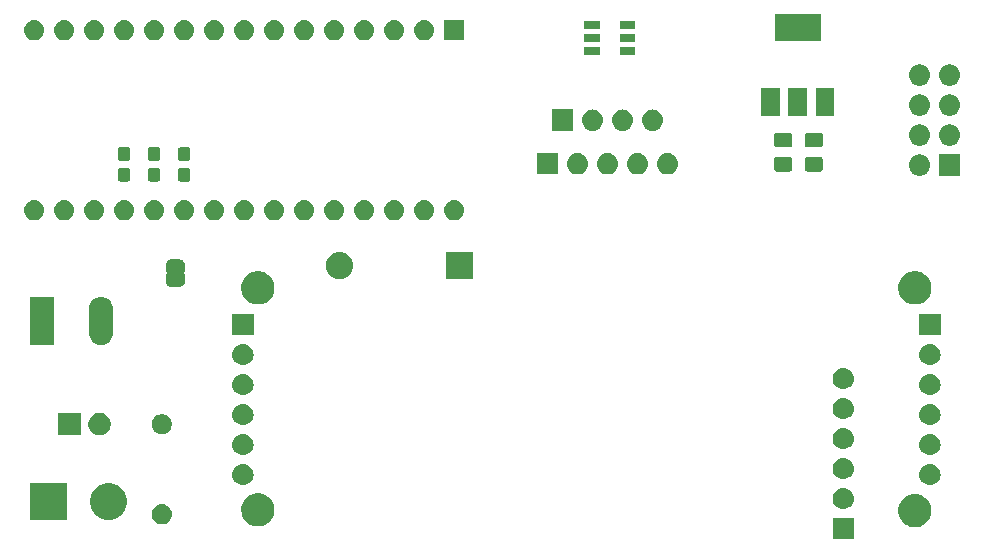
<source format=gbr>
G04 #@! TF.GenerationSoftware,KiCad,Pcbnew,(5.1.4-0-10_14)*
G04 #@! TF.CreationDate,2020-05-04T21:58:41+12:00*
G04 #@! TF.ProjectId,Robotic hand v2,526f626f-7469-4632-9068-616e64207632,rev?*
G04 #@! TF.SameCoordinates,Original*
G04 #@! TF.FileFunction,Soldermask,Top*
G04 #@! TF.FilePolarity,Negative*
%FSLAX46Y46*%
G04 Gerber Fmt 4.6, Leading zero omitted, Abs format (unit mm)*
G04 Created by KiCad (PCBNEW (5.1.4-0-10_14)) date 2020-05-04 21:58:41*
%MOMM*%
%LPD*%
G04 APERTURE LIST*
%ADD10C,0.100000*%
G04 APERTURE END LIST*
D10*
G36*
X170549500Y-122086500D02*
G01*
X168747500Y-122086500D01*
X168747500Y-120284500D01*
X170549500Y-120284500D01*
X170549500Y-122086500D01*
X170549500Y-122086500D01*
G37*
G36*
X176031433Y-118296393D02*
G01*
X176121657Y-118314339D01*
X176223321Y-118356450D01*
X176376621Y-118419949D01*
X176417990Y-118447591D01*
X176606086Y-118573272D01*
X176801228Y-118768414D01*
X176903675Y-118921737D01*
X176954551Y-118997879D01*
X176977283Y-119052760D01*
X177060161Y-119252843D01*
X177066694Y-119285686D01*
X177114000Y-119523512D01*
X177114000Y-119799488D01*
X177113266Y-119803177D01*
X177060161Y-120070157D01*
X177032547Y-120136823D01*
X176954551Y-120325121D01*
X176954550Y-120325122D01*
X176801228Y-120554586D01*
X176606086Y-120749728D01*
X176452763Y-120852175D01*
X176376621Y-120903051D01*
X176227267Y-120964915D01*
X176121657Y-121008661D01*
X176031433Y-121026607D01*
X175850988Y-121062500D01*
X175575012Y-121062500D01*
X175394567Y-121026607D01*
X175304343Y-121008661D01*
X175198733Y-120964915D01*
X175049379Y-120903051D01*
X174973237Y-120852175D01*
X174819914Y-120749728D01*
X174624772Y-120554586D01*
X174471450Y-120325122D01*
X174471449Y-120325121D01*
X174393453Y-120136823D01*
X174365839Y-120070157D01*
X174312734Y-119803177D01*
X174312000Y-119799488D01*
X174312000Y-119523512D01*
X174359306Y-119285686D01*
X174365839Y-119252843D01*
X174448717Y-119052760D01*
X174471449Y-118997879D01*
X174522325Y-118921737D01*
X174624772Y-118768414D01*
X174819914Y-118573272D01*
X175008010Y-118447591D01*
X175049379Y-118419949D01*
X175202679Y-118356450D01*
X175304343Y-118314339D01*
X175394567Y-118296393D01*
X175575012Y-118260500D01*
X175850988Y-118260500D01*
X176031433Y-118296393D01*
X176031433Y-118296393D01*
G37*
G36*
X120405433Y-118232893D02*
G01*
X120495657Y-118250839D01*
X120518980Y-118260500D01*
X120750621Y-118356449D01*
X120750622Y-118356450D01*
X120980086Y-118509772D01*
X121175228Y-118704914D01*
X121253545Y-118822125D01*
X121328551Y-118934379D01*
X121377586Y-119052760D01*
X121430281Y-119179975D01*
X121434161Y-119189344D01*
X121488000Y-119460012D01*
X121488000Y-119735988D01*
X121474635Y-119803177D01*
X121434161Y-120006657D01*
X121407858Y-120070157D01*
X121328551Y-120261621D01*
X121313264Y-120284500D01*
X121175228Y-120491086D01*
X120980086Y-120686228D01*
X120885051Y-120749728D01*
X120750621Y-120839551D01*
X120601267Y-120901415D01*
X120495657Y-120945161D01*
X120405433Y-120963107D01*
X120224988Y-120999000D01*
X119949012Y-120999000D01*
X119768567Y-120963107D01*
X119678343Y-120945161D01*
X119572733Y-120901415D01*
X119423379Y-120839551D01*
X119288949Y-120749728D01*
X119193914Y-120686228D01*
X118998772Y-120491086D01*
X118860736Y-120284500D01*
X118845449Y-120261621D01*
X118766142Y-120070157D01*
X118739839Y-120006657D01*
X118699365Y-119803177D01*
X118686000Y-119735988D01*
X118686000Y-119460012D01*
X118739839Y-119189344D01*
X118743720Y-119179975D01*
X118796414Y-119052760D01*
X118845449Y-118934379D01*
X118920455Y-118822125D01*
X118998772Y-118704914D01*
X119193914Y-118509772D01*
X119423378Y-118356450D01*
X119423379Y-118356449D01*
X119655020Y-118260500D01*
X119678343Y-118250839D01*
X119768567Y-118232893D01*
X119949012Y-118197000D01*
X120224988Y-118197000D01*
X120405433Y-118232893D01*
X120405433Y-118232893D01*
G37*
G36*
X112116823Y-119131313D02*
G01*
X112277242Y-119179976D01*
X112409906Y-119250886D01*
X112425078Y-119258996D01*
X112554659Y-119365341D01*
X112661004Y-119494922D01*
X112661005Y-119494924D01*
X112740024Y-119642758D01*
X112788687Y-119803177D01*
X112805117Y-119970000D01*
X112788687Y-120136823D01*
X112740024Y-120297242D01*
X112669114Y-120429906D01*
X112661004Y-120445078D01*
X112554659Y-120574659D01*
X112425078Y-120681004D01*
X112409906Y-120689114D01*
X112277242Y-120760024D01*
X112116823Y-120808687D01*
X111991804Y-120821000D01*
X111908196Y-120821000D01*
X111783177Y-120808687D01*
X111622758Y-120760024D01*
X111490094Y-120689114D01*
X111474922Y-120681004D01*
X111345341Y-120574659D01*
X111238996Y-120445078D01*
X111230886Y-120429906D01*
X111159976Y-120297242D01*
X111111313Y-120136823D01*
X111094883Y-119970000D01*
X111111313Y-119803177D01*
X111159976Y-119642758D01*
X111238995Y-119494924D01*
X111238996Y-119494922D01*
X111345341Y-119365341D01*
X111474922Y-119258996D01*
X111490094Y-119250886D01*
X111622758Y-119179976D01*
X111783177Y-119131313D01*
X111908196Y-119119000D01*
X111991804Y-119119000D01*
X112116823Y-119131313D01*
X112116823Y-119131313D01*
G37*
G36*
X107689623Y-117366278D02*
G01*
X107902410Y-117408604D01*
X108184674Y-117525521D01*
X108438705Y-117695259D01*
X108654741Y-117911295D01*
X108824479Y-118165326D01*
X108941396Y-118447590D01*
X109001000Y-118747240D01*
X109001000Y-119052760D01*
X108941396Y-119352410D01*
X108824479Y-119634674D01*
X108654741Y-119888705D01*
X108438705Y-120104741D01*
X108184674Y-120274479D01*
X107902410Y-120391396D01*
X107752585Y-120421198D01*
X107602761Y-120451000D01*
X107297239Y-120451000D01*
X107147415Y-120421198D01*
X106997590Y-120391396D01*
X106715326Y-120274479D01*
X106461295Y-120104741D01*
X106245259Y-119888705D01*
X106075521Y-119634674D01*
X105958604Y-119352410D01*
X105899000Y-119052760D01*
X105899000Y-118747240D01*
X105958604Y-118447590D01*
X106075521Y-118165326D01*
X106245259Y-117911295D01*
X106461295Y-117695259D01*
X106715326Y-117525521D01*
X106997590Y-117408604D01*
X107210377Y-117366278D01*
X107297239Y-117349000D01*
X107602761Y-117349000D01*
X107689623Y-117366278D01*
X107689623Y-117366278D01*
G37*
G36*
X103921000Y-120451000D02*
G01*
X100819000Y-120451000D01*
X100819000Y-117349000D01*
X103921000Y-117349000D01*
X103921000Y-120451000D01*
X103921000Y-120451000D01*
G37*
G36*
X169758943Y-117751019D02*
G01*
X169825127Y-117757537D01*
X169994966Y-117809057D01*
X170151491Y-117892722D01*
X170174122Y-117911295D01*
X170288686Y-118005314D01*
X170371948Y-118106771D01*
X170401278Y-118142509D01*
X170484943Y-118299034D01*
X170536463Y-118468873D01*
X170553859Y-118645500D01*
X170536463Y-118822127D01*
X170484943Y-118991966D01*
X170401278Y-119148491D01*
X170375439Y-119179976D01*
X170288686Y-119285686D01*
X170207381Y-119352410D01*
X170151491Y-119398278D01*
X169994966Y-119481943D01*
X169825127Y-119533463D01*
X169758943Y-119539981D01*
X169692760Y-119546500D01*
X169604240Y-119546500D01*
X169538057Y-119539981D01*
X169471873Y-119533463D01*
X169302034Y-119481943D01*
X169145509Y-119398278D01*
X169089619Y-119352410D01*
X169008314Y-119285686D01*
X168921561Y-119179976D01*
X168895722Y-119148491D01*
X168812057Y-118991966D01*
X168760537Y-118822127D01*
X168743141Y-118645500D01*
X168760537Y-118468873D01*
X168812057Y-118299034D01*
X168895722Y-118142509D01*
X168925052Y-118106771D01*
X169008314Y-118005314D01*
X169122878Y-117911295D01*
X169145509Y-117892722D01*
X169302034Y-117809057D01*
X169471873Y-117757537D01*
X169538057Y-117751019D01*
X169604240Y-117744500D01*
X169692760Y-117744500D01*
X169758943Y-117751019D01*
X169758943Y-117751019D01*
G37*
G36*
X177093442Y-115719018D02*
G01*
X177159627Y-115725537D01*
X177329466Y-115777057D01*
X177485991Y-115860722D01*
X177521729Y-115890052D01*
X177623186Y-115973314D01*
X177706448Y-116074771D01*
X177735778Y-116110509D01*
X177819443Y-116267034D01*
X177870963Y-116436873D01*
X177888359Y-116613500D01*
X177870963Y-116790127D01*
X177819443Y-116959966D01*
X177735778Y-117116491D01*
X177706448Y-117152229D01*
X177623186Y-117253686D01*
X177521729Y-117336948D01*
X177485991Y-117366278D01*
X177329466Y-117449943D01*
X177159627Y-117501463D01*
X177093442Y-117507982D01*
X177027260Y-117514500D01*
X176938740Y-117514500D01*
X176872558Y-117507982D01*
X176806373Y-117501463D01*
X176636534Y-117449943D01*
X176480009Y-117366278D01*
X176444271Y-117336948D01*
X176342814Y-117253686D01*
X176259552Y-117152229D01*
X176230222Y-117116491D01*
X176146557Y-116959966D01*
X176095037Y-116790127D01*
X176077641Y-116613500D01*
X176095037Y-116436873D01*
X176146557Y-116267034D01*
X176230222Y-116110509D01*
X176259552Y-116074771D01*
X176342814Y-115973314D01*
X176444271Y-115890052D01*
X176480009Y-115860722D01*
X176636534Y-115777057D01*
X176806373Y-115725537D01*
X176872558Y-115719018D01*
X176938740Y-115712500D01*
X177027260Y-115712500D01*
X177093442Y-115719018D01*
X177093442Y-115719018D01*
G37*
G36*
X118927442Y-115719018D02*
G01*
X118993627Y-115725537D01*
X119163466Y-115777057D01*
X119319991Y-115860722D01*
X119355729Y-115890052D01*
X119457186Y-115973314D01*
X119540448Y-116074771D01*
X119569778Y-116110509D01*
X119653443Y-116267034D01*
X119704963Y-116436873D01*
X119722359Y-116613500D01*
X119704963Y-116790127D01*
X119653443Y-116959966D01*
X119569778Y-117116491D01*
X119540448Y-117152229D01*
X119457186Y-117253686D01*
X119355729Y-117336948D01*
X119319991Y-117366278D01*
X119163466Y-117449943D01*
X118993627Y-117501463D01*
X118927442Y-117507982D01*
X118861260Y-117514500D01*
X118772740Y-117514500D01*
X118706558Y-117507982D01*
X118640373Y-117501463D01*
X118470534Y-117449943D01*
X118314009Y-117366278D01*
X118278271Y-117336948D01*
X118176814Y-117253686D01*
X118093552Y-117152229D01*
X118064222Y-117116491D01*
X117980557Y-116959966D01*
X117929037Y-116790127D01*
X117911641Y-116613500D01*
X117929037Y-116436873D01*
X117980557Y-116267034D01*
X118064222Y-116110509D01*
X118093552Y-116074771D01*
X118176814Y-115973314D01*
X118278271Y-115890052D01*
X118314009Y-115860722D01*
X118470534Y-115777057D01*
X118640373Y-115725537D01*
X118706558Y-115719018D01*
X118772740Y-115712500D01*
X118861260Y-115712500D01*
X118927442Y-115719018D01*
X118927442Y-115719018D01*
G37*
G36*
X169758942Y-115211018D02*
G01*
X169825127Y-115217537D01*
X169994966Y-115269057D01*
X170151491Y-115352722D01*
X170187229Y-115382052D01*
X170288686Y-115465314D01*
X170371948Y-115566771D01*
X170401278Y-115602509D01*
X170484943Y-115759034D01*
X170536463Y-115928873D01*
X170553859Y-116105500D01*
X170536463Y-116282127D01*
X170484943Y-116451966D01*
X170401278Y-116608491D01*
X170397167Y-116613500D01*
X170288686Y-116745686D01*
X170187229Y-116828948D01*
X170151491Y-116858278D01*
X169994966Y-116941943D01*
X169825127Y-116993463D01*
X169758943Y-116999981D01*
X169692760Y-117006500D01*
X169604240Y-117006500D01*
X169538057Y-116999981D01*
X169471873Y-116993463D01*
X169302034Y-116941943D01*
X169145509Y-116858278D01*
X169109771Y-116828948D01*
X169008314Y-116745686D01*
X168899833Y-116613500D01*
X168895722Y-116608491D01*
X168812057Y-116451966D01*
X168760537Y-116282127D01*
X168743141Y-116105500D01*
X168760537Y-115928873D01*
X168812057Y-115759034D01*
X168895722Y-115602509D01*
X168925052Y-115566771D01*
X169008314Y-115465314D01*
X169109771Y-115382052D01*
X169145509Y-115352722D01*
X169302034Y-115269057D01*
X169471873Y-115217537D01*
X169538058Y-115211018D01*
X169604240Y-115204500D01*
X169692760Y-115204500D01*
X169758942Y-115211018D01*
X169758942Y-115211018D01*
G37*
G36*
X177093443Y-113179019D02*
G01*
X177159627Y-113185537D01*
X177329466Y-113237057D01*
X177485991Y-113320722D01*
X177521729Y-113350052D01*
X177623186Y-113433314D01*
X177706448Y-113534771D01*
X177735778Y-113570509D01*
X177819443Y-113727034D01*
X177870963Y-113896873D01*
X177888359Y-114073500D01*
X177870963Y-114250127D01*
X177819443Y-114419966D01*
X177735778Y-114576491D01*
X177706448Y-114612229D01*
X177623186Y-114713686D01*
X177521729Y-114796948D01*
X177485991Y-114826278D01*
X177329466Y-114909943D01*
X177159627Y-114961463D01*
X177093443Y-114967981D01*
X177027260Y-114974500D01*
X176938740Y-114974500D01*
X176872557Y-114967981D01*
X176806373Y-114961463D01*
X176636534Y-114909943D01*
X176480009Y-114826278D01*
X176444271Y-114796948D01*
X176342814Y-114713686D01*
X176259552Y-114612229D01*
X176230222Y-114576491D01*
X176146557Y-114419966D01*
X176095037Y-114250127D01*
X176077641Y-114073500D01*
X176095037Y-113896873D01*
X176146557Y-113727034D01*
X176230222Y-113570509D01*
X176259552Y-113534771D01*
X176342814Y-113433314D01*
X176444271Y-113350052D01*
X176480009Y-113320722D01*
X176636534Y-113237057D01*
X176806373Y-113185537D01*
X176872557Y-113179019D01*
X176938740Y-113172500D01*
X177027260Y-113172500D01*
X177093443Y-113179019D01*
X177093443Y-113179019D01*
G37*
G36*
X118927443Y-113179019D02*
G01*
X118993627Y-113185537D01*
X119163466Y-113237057D01*
X119319991Y-113320722D01*
X119355729Y-113350052D01*
X119457186Y-113433314D01*
X119540448Y-113534771D01*
X119569778Y-113570509D01*
X119653443Y-113727034D01*
X119704963Y-113896873D01*
X119722359Y-114073500D01*
X119704963Y-114250127D01*
X119653443Y-114419966D01*
X119569778Y-114576491D01*
X119540448Y-114612229D01*
X119457186Y-114713686D01*
X119355729Y-114796948D01*
X119319991Y-114826278D01*
X119163466Y-114909943D01*
X118993627Y-114961463D01*
X118927443Y-114967981D01*
X118861260Y-114974500D01*
X118772740Y-114974500D01*
X118706557Y-114967981D01*
X118640373Y-114961463D01*
X118470534Y-114909943D01*
X118314009Y-114826278D01*
X118278271Y-114796948D01*
X118176814Y-114713686D01*
X118093552Y-114612229D01*
X118064222Y-114576491D01*
X117980557Y-114419966D01*
X117929037Y-114250127D01*
X117911641Y-114073500D01*
X117929037Y-113896873D01*
X117980557Y-113727034D01*
X118064222Y-113570509D01*
X118093552Y-113534771D01*
X118176814Y-113433314D01*
X118278271Y-113350052D01*
X118314009Y-113320722D01*
X118470534Y-113237057D01*
X118640373Y-113185537D01*
X118706557Y-113179019D01*
X118772740Y-113172500D01*
X118861260Y-113172500D01*
X118927443Y-113179019D01*
X118927443Y-113179019D01*
G37*
G36*
X169758942Y-112671018D02*
G01*
X169825127Y-112677537D01*
X169994966Y-112729057D01*
X170151491Y-112812722D01*
X170187229Y-112842052D01*
X170288686Y-112925314D01*
X170359018Y-113011015D01*
X170401278Y-113062509D01*
X170484943Y-113219034D01*
X170536463Y-113388873D01*
X170553859Y-113565500D01*
X170536463Y-113742127D01*
X170484943Y-113911966D01*
X170401278Y-114068491D01*
X170397167Y-114073500D01*
X170288686Y-114205686D01*
X170187229Y-114288948D01*
X170151491Y-114318278D01*
X169994966Y-114401943D01*
X169825127Y-114453463D01*
X169758942Y-114459982D01*
X169692760Y-114466500D01*
X169604240Y-114466500D01*
X169538058Y-114459982D01*
X169471873Y-114453463D01*
X169302034Y-114401943D01*
X169145509Y-114318278D01*
X169109771Y-114288948D01*
X169008314Y-114205686D01*
X168899833Y-114073500D01*
X168895722Y-114068491D01*
X168812057Y-113911966D01*
X168760537Y-113742127D01*
X168743141Y-113565500D01*
X168760537Y-113388873D01*
X168812057Y-113219034D01*
X168895722Y-113062509D01*
X168937982Y-113011015D01*
X169008314Y-112925314D01*
X169109771Y-112842052D01*
X169145509Y-112812722D01*
X169302034Y-112729057D01*
X169471873Y-112677537D01*
X169538058Y-112671018D01*
X169604240Y-112664500D01*
X169692760Y-112664500D01*
X169758942Y-112671018D01*
X169758942Y-112671018D01*
G37*
G36*
X105101000Y-113301000D02*
G01*
X103199000Y-113301000D01*
X103199000Y-111399000D01*
X105101000Y-111399000D01*
X105101000Y-113301000D01*
X105101000Y-113301000D01*
G37*
G36*
X106967395Y-111435546D02*
G01*
X107140466Y-111507234D01*
X107140467Y-111507235D01*
X107296227Y-111611310D01*
X107428690Y-111743773D01*
X107471284Y-111807520D01*
X107532766Y-111899534D01*
X107604454Y-112072605D01*
X107641000Y-112256333D01*
X107641000Y-112443667D01*
X107604454Y-112627395D01*
X107532766Y-112800466D01*
X107532765Y-112800467D01*
X107428690Y-112956227D01*
X107296227Y-113088690D01*
X107273092Y-113104148D01*
X107140466Y-113192766D01*
X106967395Y-113264454D01*
X106783667Y-113301000D01*
X106596333Y-113301000D01*
X106412605Y-113264454D01*
X106239534Y-113192766D01*
X106106908Y-113104148D01*
X106083773Y-113088690D01*
X105951310Y-112956227D01*
X105847235Y-112800467D01*
X105847234Y-112800466D01*
X105775546Y-112627395D01*
X105739000Y-112443667D01*
X105739000Y-112256333D01*
X105775546Y-112072605D01*
X105847234Y-111899534D01*
X105908716Y-111807520D01*
X105951310Y-111743773D01*
X106083773Y-111611310D01*
X106239533Y-111507235D01*
X106239534Y-111507234D01*
X106412605Y-111435546D01*
X106596333Y-111399000D01*
X106783667Y-111399000D01*
X106967395Y-111435546D01*
X106967395Y-111435546D01*
G37*
G36*
X112198228Y-111531703D02*
G01*
X112353100Y-111595853D01*
X112492481Y-111688985D01*
X112611015Y-111807519D01*
X112704147Y-111946900D01*
X112768297Y-112101772D01*
X112801000Y-112266184D01*
X112801000Y-112433816D01*
X112768297Y-112598228D01*
X112704147Y-112753100D01*
X112611015Y-112892481D01*
X112492481Y-113011015D01*
X112353100Y-113104147D01*
X112198228Y-113168297D01*
X112033816Y-113201000D01*
X111866184Y-113201000D01*
X111701772Y-113168297D01*
X111546900Y-113104147D01*
X111407519Y-113011015D01*
X111288985Y-112892481D01*
X111195853Y-112753100D01*
X111131703Y-112598228D01*
X111099000Y-112433816D01*
X111099000Y-112266184D01*
X111131703Y-112101772D01*
X111195853Y-111946900D01*
X111288985Y-111807519D01*
X111407519Y-111688985D01*
X111546900Y-111595853D01*
X111701772Y-111531703D01*
X111866184Y-111499000D01*
X112033816Y-111499000D01*
X112198228Y-111531703D01*
X112198228Y-111531703D01*
G37*
G36*
X177093442Y-110639018D02*
G01*
X177159627Y-110645537D01*
X177329466Y-110697057D01*
X177485991Y-110780722D01*
X177521729Y-110810052D01*
X177623186Y-110893314D01*
X177706448Y-110994771D01*
X177735778Y-111030509D01*
X177819443Y-111187034D01*
X177870963Y-111356873D01*
X177888359Y-111533500D01*
X177870963Y-111710127D01*
X177819443Y-111879966D01*
X177735778Y-112036491D01*
X177706448Y-112072229D01*
X177623186Y-112173686D01*
X177522479Y-112256333D01*
X177485991Y-112286278D01*
X177329466Y-112369943D01*
X177159627Y-112421463D01*
X177093443Y-112427981D01*
X177027260Y-112434500D01*
X176938740Y-112434500D01*
X176872557Y-112427981D01*
X176806373Y-112421463D01*
X176636534Y-112369943D01*
X176480009Y-112286278D01*
X176443521Y-112256333D01*
X176342814Y-112173686D01*
X176259552Y-112072229D01*
X176230222Y-112036491D01*
X176146557Y-111879966D01*
X176095037Y-111710127D01*
X176077641Y-111533500D01*
X176095037Y-111356873D01*
X176146557Y-111187034D01*
X176230222Y-111030509D01*
X176259552Y-110994771D01*
X176342814Y-110893314D01*
X176444271Y-110810052D01*
X176480009Y-110780722D01*
X176636534Y-110697057D01*
X176806373Y-110645537D01*
X176872558Y-110639018D01*
X176938740Y-110632500D01*
X177027260Y-110632500D01*
X177093442Y-110639018D01*
X177093442Y-110639018D01*
G37*
G36*
X118927442Y-110639018D02*
G01*
X118993627Y-110645537D01*
X119163466Y-110697057D01*
X119319991Y-110780722D01*
X119355729Y-110810052D01*
X119457186Y-110893314D01*
X119540448Y-110994771D01*
X119569778Y-111030509D01*
X119653443Y-111187034D01*
X119704963Y-111356873D01*
X119722359Y-111533500D01*
X119704963Y-111710127D01*
X119653443Y-111879966D01*
X119569778Y-112036491D01*
X119540448Y-112072229D01*
X119457186Y-112173686D01*
X119356479Y-112256333D01*
X119319991Y-112286278D01*
X119163466Y-112369943D01*
X118993627Y-112421463D01*
X118927443Y-112427981D01*
X118861260Y-112434500D01*
X118772740Y-112434500D01*
X118706557Y-112427981D01*
X118640373Y-112421463D01*
X118470534Y-112369943D01*
X118314009Y-112286278D01*
X118277521Y-112256333D01*
X118176814Y-112173686D01*
X118093552Y-112072229D01*
X118064222Y-112036491D01*
X117980557Y-111879966D01*
X117929037Y-111710127D01*
X117911641Y-111533500D01*
X117929037Y-111356873D01*
X117980557Y-111187034D01*
X118064222Y-111030509D01*
X118093552Y-110994771D01*
X118176814Y-110893314D01*
X118278271Y-110810052D01*
X118314009Y-110780722D01*
X118470534Y-110697057D01*
X118640373Y-110645537D01*
X118706558Y-110639018D01*
X118772740Y-110632500D01*
X118861260Y-110632500D01*
X118927442Y-110639018D01*
X118927442Y-110639018D01*
G37*
G36*
X169758943Y-110131019D02*
G01*
X169825127Y-110137537D01*
X169994966Y-110189057D01*
X170151491Y-110272722D01*
X170187229Y-110302052D01*
X170288686Y-110385314D01*
X170371948Y-110486771D01*
X170401278Y-110522509D01*
X170484943Y-110679034D01*
X170536463Y-110848873D01*
X170553859Y-111025500D01*
X170536463Y-111202127D01*
X170484943Y-111371966D01*
X170401278Y-111528491D01*
X170398640Y-111531705D01*
X170288686Y-111665686D01*
X170193535Y-111743773D01*
X170151491Y-111778278D01*
X169994966Y-111861943D01*
X169825127Y-111913463D01*
X169758942Y-111919982D01*
X169692760Y-111926500D01*
X169604240Y-111926500D01*
X169538058Y-111919982D01*
X169471873Y-111913463D01*
X169302034Y-111861943D01*
X169145509Y-111778278D01*
X169103465Y-111743773D01*
X169008314Y-111665686D01*
X168898360Y-111531705D01*
X168895722Y-111528491D01*
X168812057Y-111371966D01*
X168760537Y-111202127D01*
X168743141Y-111025500D01*
X168760537Y-110848873D01*
X168812057Y-110679034D01*
X168895722Y-110522509D01*
X168925052Y-110486771D01*
X169008314Y-110385314D01*
X169109771Y-110302052D01*
X169145509Y-110272722D01*
X169302034Y-110189057D01*
X169471873Y-110137537D01*
X169538057Y-110131019D01*
X169604240Y-110124500D01*
X169692760Y-110124500D01*
X169758943Y-110131019D01*
X169758943Y-110131019D01*
G37*
G36*
X118927442Y-108099018D02*
G01*
X118993627Y-108105537D01*
X119163466Y-108157057D01*
X119319991Y-108240722D01*
X119355729Y-108270052D01*
X119457186Y-108353314D01*
X119540448Y-108454771D01*
X119569778Y-108490509D01*
X119653443Y-108647034D01*
X119704963Y-108816873D01*
X119722359Y-108993500D01*
X119704963Y-109170127D01*
X119653443Y-109339966D01*
X119569778Y-109496491D01*
X119540448Y-109532229D01*
X119457186Y-109633686D01*
X119355729Y-109716948D01*
X119319991Y-109746278D01*
X119163466Y-109829943D01*
X118993627Y-109881463D01*
X118927442Y-109887982D01*
X118861260Y-109894500D01*
X118772740Y-109894500D01*
X118706558Y-109887982D01*
X118640373Y-109881463D01*
X118470534Y-109829943D01*
X118314009Y-109746278D01*
X118278271Y-109716948D01*
X118176814Y-109633686D01*
X118093552Y-109532229D01*
X118064222Y-109496491D01*
X117980557Y-109339966D01*
X117929037Y-109170127D01*
X117911641Y-108993500D01*
X117929037Y-108816873D01*
X117980557Y-108647034D01*
X118064222Y-108490509D01*
X118093552Y-108454771D01*
X118176814Y-108353314D01*
X118278271Y-108270052D01*
X118314009Y-108240722D01*
X118470534Y-108157057D01*
X118640373Y-108105537D01*
X118706558Y-108099018D01*
X118772740Y-108092500D01*
X118861260Y-108092500D01*
X118927442Y-108099018D01*
X118927442Y-108099018D01*
G37*
G36*
X177093442Y-108099018D02*
G01*
X177159627Y-108105537D01*
X177329466Y-108157057D01*
X177485991Y-108240722D01*
X177521729Y-108270052D01*
X177623186Y-108353314D01*
X177706448Y-108454771D01*
X177735778Y-108490509D01*
X177819443Y-108647034D01*
X177870963Y-108816873D01*
X177888359Y-108993500D01*
X177870963Y-109170127D01*
X177819443Y-109339966D01*
X177735778Y-109496491D01*
X177706448Y-109532229D01*
X177623186Y-109633686D01*
X177521729Y-109716948D01*
X177485991Y-109746278D01*
X177329466Y-109829943D01*
X177159627Y-109881463D01*
X177093442Y-109887982D01*
X177027260Y-109894500D01*
X176938740Y-109894500D01*
X176872558Y-109887982D01*
X176806373Y-109881463D01*
X176636534Y-109829943D01*
X176480009Y-109746278D01*
X176444271Y-109716948D01*
X176342814Y-109633686D01*
X176259552Y-109532229D01*
X176230222Y-109496491D01*
X176146557Y-109339966D01*
X176095037Y-109170127D01*
X176077641Y-108993500D01*
X176095037Y-108816873D01*
X176146557Y-108647034D01*
X176230222Y-108490509D01*
X176259552Y-108454771D01*
X176342814Y-108353314D01*
X176444271Y-108270052D01*
X176480009Y-108240722D01*
X176636534Y-108157057D01*
X176806373Y-108105537D01*
X176872558Y-108099018D01*
X176938740Y-108092500D01*
X177027260Y-108092500D01*
X177093442Y-108099018D01*
X177093442Y-108099018D01*
G37*
G36*
X169758943Y-107591019D02*
G01*
X169825127Y-107597537D01*
X169994966Y-107649057D01*
X170151491Y-107732722D01*
X170187229Y-107762052D01*
X170288686Y-107845314D01*
X170371948Y-107946771D01*
X170401278Y-107982509D01*
X170484943Y-108139034D01*
X170536463Y-108308873D01*
X170553859Y-108485500D01*
X170536463Y-108662127D01*
X170484943Y-108831966D01*
X170401278Y-108988491D01*
X170397167Y-108993500D01*
X170288686Y-109125686D01*
X170187229Y-109208948D01*
X170151491Y-109238278D01*
X169994966Y-109321943D01*
X169825127Y-109373463D01*
X169758942Y-109379982D01*
X169692760Y-109386500D01*
X169604240Y-109386500D01*
X169538058Y-109379982D01*
X169471873Y-109373463D01*
X169302034Y-109321943D01*
X169145509Y-109238278D01*
X169109771Y-109208948D01*
X169008314Y-109125686D01*
X168899833Y-108993500D01*
X168895722Y-108988491D01*
X168812057Y-108831966D01*
X168760537Y-108662127D01*
X168743141Y-108485500D01*
X168760537Y-108308873D01*
X168812057Y-108139034D01*
X168895722Y-107982509D01*
X168925052Y-107946771D01*
X169008314Y-107845314D01*
X169109771Y-107762052D01*
X169145509Y-107732722D01*
X169302034Y-107649057D01*
X169471873Y-107597537D01*
X169538057Y-107591019D01*
X169604240Y-107584500D01*
X169692760Y-107584500D01*
X169758943Y-107591019D01*
X169758943Y-107591019D01*
G37*
G36*
X118900958Y-105556410D02*
G01*
X118993627Y-105565537D01*
X119163466Y-105617057D01*
X119319991Y-105700722D01*
X119355729Y-105730052D01*
X119457186Y-105813314D01*
X119540448Y-105914771D01*
X119569778Y-105950509D01*
X119653443Y-106107034D01*
X119704963Y-106276873D01*
X119722359Y-106453500D01*
X119704963Y-106630127D01*
X119653443Y-106799966D01*
X119569778Y-106956491D01*
X119540448Y-106992229D01*
X119457186Y-107093686D01*
X119355729Y-107176948D01*
X119319991Y-107206278D01*
X119163466Y-107289943D01*
X118993627Y-107341463D01*
X118927442Y-107347982D01*
X118861260Y-107354500D01*
X118772740Y-107354500D01*
X118706558Y-107347982D01*
X118640373Y-107341463D01*
X118470534Y-107289943D01*
X118314009Y-107206278D01*
X118278271Y-107176948D01*
X118176814Y-107093686D01*
X118093552Y-106992229D01*
X118064222Y-106956491D01*
X117980557Y-106799966D01*
X117929037Y-106630127D01*
X117911641Y-106453500D01*
X117929037Y-106276873D01*
X117980557Y-106107034D01*
X118064222Y-105950509D01*
X118093552Y-105914771D01*
X118176814Y-105813314D01*
X118278271Y-105730052D01*
X118314009Y-105700722D01*
X118470534Y-105617057D01*
X118640373Y-105565537D01*
X118733042Y-105556410D01*
X118772740Y-105552500D01*
X118861260Y-105552500D01*
X118900958Y-105556410D01*
X118900958Y-105556410D01*
G37*
G36*
X177066958Y-105556410D02*
G01*
X177159627Y-105565537D01*
X177329466Y-105617057D01*
X177485991Y-105700722D01*
X177521729Y-105730052D01*
X177623186Y-105813314D01*
X177706448Y-105914771D01*
X177735778Y-105950509D01*
X177819443Y-106107034D01*
X177870963Y-106276873D01*
X177888359Y-106453500D01*
X177870963Y-106630127D01*
X177819443Y-106799966D01*
X177735778Y-106956491D01*
X177706448Y-106992229D01*
X177623186Y-107093686D01*
X177521729Y-107176948D01*
X177485991Y-107206278D01*
X177329466Y-107289943D01*
X177159627Y-107341463D01*
X177093442Y-107347982D01*
X177027260Y-107354500D01*
X176938740Y-107354500D01*
X176872558Y-107347982D01*
X176806373Y-107341463D01*
X176636534Y-107289943D01*
X176480009Y-107206278D01*
X176444271Y-107176948D01*
X176342814Y-107093686D01*
X176259552Y-106992229D01*
X176230222Y-106956491D01*
X176146557Y-106799966D01*
X176095037Y-106630127D01*
X176077641Y-106453500D01*
X176095037Y-106276873D01*
X176146557Y-106107034D01*
X176230222Y-105950509D01*
X176259552Y-105914771D01*
X176342814Y-105813314D01*
X176444271Y-105730052D01*
X176480009Y-105700722D01*
X176636534Y-105617057D01*
X176806373Y-105565537D01*
X176899042Y-105556410D01*
X176938740Y-105552500D01*
X177027260Y-105552500D01*
X177066958Y-105556410D01*
X177066958Y-105556410D01*
G37*
G36*
X107004071Y-101584063D02*
G01*
X107200300Y-101643589D01*
X107381146Y-101740253D01*
X107422437Y-101774140D01*
X107539660Y-101870340D01*
X107669748Y-102028855D01*
X107677603Y-102043551D01*
X107766411Y-102209699D01*
X107825937Y-102405928D01*
X107841000Y-102558868D01*
X107841000Y-104641132D01*
X107825937Y-104794072D01*
X107819740Y-104814500D01*
X107766410Y-104990303D01*
X107669748Y-105171145D01*
X107539660Y-105329660D01*
X107381145Y-105459748D01*
X107207618Y-105552500D01*
X107200301Y-105556411D01*
X107004072Y-105615937D01*
X106800000Y-105636036D01*
X106595929Y-105615937D01*
X106399700Y-105556411D01*
X106392383Y-105552500D01*
X106218856Y-105459748D01*
X106060341Y-105329660D01*
X105930253Y-105171145D01*
X105833591Y-104990303D01*
X105780261Y-104814500D01*
X105774064Y-104794072D01*
X105759001Y-104641132D01*
X105759000Y-102558869D01*
X105774063Y-102405929D01*
X105833589Y-102209700D01*
X105930253Y-102028854D01*
X105964140Y-101987563D01*
X106060340Y-101870340D01*
X106218855Y-101740252D01*
X106399697Y-101643590D01*
X106399699Y-101643589D01*
X106595928Y-101584063D01*
X106800000Y-101563964D01*
X107004071Y-101584063D01*
X107004071Y-101584063D01*
G37*
G36*
X102841000Y-105631000D02*
G01*
X100759000Y-105631000D01*
X100759000Y-101569000D01*
X102841000Y-101569000D01*
X102841000Y-105631000D01*
X102841000Y-105631000D01*
G37*
G36*
X119718000Y-104814500D02*
G01*
X117916000Y-104814500D01*
X117916000Y-103012500D01*
X119718000Y-103012500D01*
X119718000Y-104814500D01*
X119718000Y-104814500D01*
G37*
G36*
X177884000Y-104814500D02*
G01*
X176082000Y-104814500D01*
X176082000Y-103012500D01*
X177884000Y-103012500D01*
X177884000Y-104814500D01*
X177884000Y-104814500D01*
G37*
G36*
X120402137Y-99436237D02*
G01*
X120495657Y-99454839D01*
X120601267Y-99498585D01*
X120750621Y-99560449D01*
X120789280Y-99586280D01*
X120980086Y-99713772D01*
X121175228Y-99908914D01*
X121259038Y-100034346D01*
X121328551Y-100138379D01*
X121364203Y-100224450D01*
X121422319Y-100364753D01*
X121434161Y-100393344D01*
X121488000Y-100664012D01*
X121488000Y-100939988D01*
X121434161Y-101210656D01*
X121328551Y-101465621D01*
X121328550Y-101465622D01*
X121175228Y-101695086D01*
X120980086Y-101890228D01*
X120826763Y-101992675D01*
X120750621Y-102043551D01*
X120601267Y-102105415D01*
X120495657Y-102149161D01*
X120405433Y-102167107D01*
X120224988Y-102203000D01*
X119949012Y-102203000D01*
X119768567Y-102167107D01*
X119678343Y-102149161D01*
X119572733Y-102105415D01*
X119423379Y-102043551D01*
X119347237Y-101992675D01*
X119193914Y-101890228D01*
X118998772Y-101695086D01*
X118845450Y-101465622D01*
X118845449Y-101465621D01*
X118739839Y-101210656D01*
X118686000Y-100939988D01*
X118686000Y-100664012D01*
X118739839Y-100393344D01*
X118751682Y-100364753D01*
X118809797Y-100224450D01*
X118845449Y-100138379D01*
X118914962Y-100034346D01*
X118998772Y-99908914D01*
X119193914Y-99713772D01*
X119384720Y-99586280D01*
X119423379Y-99560449D01*
X119572733Y-99498585D01*
X119678343Y-99454839D01*
X119771863Y-99436237D01*
X119949012Y-99401000D01*
X120224988Y-99401000D01*
X120402137Y-99436237D01*
X120402137Y-99436237D01*
G37*
G36*
X176028137Y-99436237D02*
G01*
X176121657Y-99454839D01*
X176227267Y-99498585D01*
X176376621Y-99560449D01*
X176415280Y-99586280D01*
X176606086Y-99713772D01*
X176801228Y-99908914D01*
X176885038Y-100034346D01*
X176954551Y-100138379D01*
X176990203Y-100224450D01*
X177048319Y-100364753D01*
X177060161Y-100393344D01*
X177114000Y-100664012D01*
X177114000Y-100939988D01*
X177060161Y-101210656D01*
X176954551Y-101465621D01*
X176954550Y-101465622D01*
X176801228Y-101695086D01*
X176606086Y-101890228D01*
X176452763Y-101992675D01*
X176376621Y-102043551D01*
X176227267Y-102105415D01*
X176121657Y-102149161D01*
X176031433Y-102167107D01*
X175850988Y-102203000D01*
X175575012Y-102203000D01*
X175394567Y-102167107D01*
X175304343Y-102149161D01*
X175198733Y-102105415D01*
X175049379Y-102043551D01*
X174973237Y-101992675D01*
X174819914Y-101890228D01*
X174624772Y-101695086D01*
X174471450Y-101465622D01*
X174471449Y-101465621D01*
X174365839Y-101210656D01*
X174312000Y-100939988D01*
X174312000Y-100664012D01*
X174365839Y-100393344D01*
X174377682Y-100364753D01*
X174435797Y-100224450D01*
X174471449Y-100138379D01*
X174540962Y-100034346D01*
X174624772Y-99908914D01*
X174819914Y-99713772D01*
X175010720Y-99586280D01*
X175049379Y-99560449D01*
X175198733Y-99498585D01*
X175304343Y-99454839D01*
X175397863Y-99436237D01*
X175575012Y-99401000D01*
X175850988Y-99401000D01*
X176028137Y-99436237D01*
X176028137Y-99436237D01*
G37*
G36*
X113362199Y-98349954D02*
G01*
X113374450Y-98350556D01*
X113392869Y-98350556D01*
X113415149Y-98352750D01*
X113499233Y-98369476D01*
X113520660Y-98375976D01*
X113599858Y-98408780D01*
X113605303Y-98411691D01*
X113605309Y-98411693D01*
X113614169Y-98416429D01*
X113614173Y-98416432D01*
X113619614Y-98419340D01*
X113690899Y-98466971D01*
X113708204Y-98481172D01*
X113768828Y-98541796D01*
X113783029Y-98559101D01*
X113830660Y-98630386D01*
X113833568Y-98635827D01*
X113833571Y-98635831D01*
X113838307Y-98644691D01*
X113838309Y-98644697D01*
X113841220Y-98650142D01*
X113874024Y-98729340D01*
X113880524Y-98750767D01*
X113897250Y-98834851D01*
X113899444Y-98857131D01*
X113899444Y-98875550D01*
X113900046Y-98887801D01*
X113901852Y-98906139D01*
X113901852Y-99393860D01*
X113900263Y-99409999D01*
X113897348Y-99419608D01*
X113892610Y-99428472D01*
X113886237Y-99436237D01*
X113873794Y-99446448D01*
X113863425Y-99453378D01*
X113846098Y-99470705D01*
X113832485Y-99491080D01*
X113823109Y-99513720D01*
X113818329Y-99537753D01*
X113818330Y-99562257D01*
X113823112Y-99586290D01*
X113832490Y-99608929D01*
X113846105Y-99629302D01*
X113863432Y-99646629D01*
X113873802Y-99653558D01*
X113886237Y-99663763D01*
X113892610Y-99671528D01*
X113897348Y-99680392D01*
X113900263Y-99690001D01*
X113901852Y-99706140D01*
X113901852Y-100193862D01*
X113900046Y-100212199D01*
X113899444Y-100224450D01*
X113899444Y-100242869D01*
X113897250Y-100265149D01*
X113880524Y-100349233D01*
X113874024Y-100370660D01*
X113841220Y-100449858D01*
X113838309Y-100455303D01*
X113838307Y-100455309D01*
X113833571Y-100464169D01*
X113833568Y-100464173D01*
X113830660Y-100469614D01*
X113783029Y-100540899D01*
X113768828Y-100558204D01*
X113708204Y-100618828D01*
X113690899Y-100633029D01*
X113619614Y-100680660D01*
X113614173Y-100683568D01*
X113614169Y-100683571D01*
X113605309Y-100688307D01*
X113605303Y-100688309D01*
X113599858Y-100691220D01*
X113520660Y-100724024D01*
X113499233Y-100730524D01*
X113415149Y-100747250D01*
X113392869Y-100749444D01*
X113374450Y-100749444D01*
X113362199Y-100750046D01*
X113343862Y-100751852D01*
X112856138Y-100751852D01*
X112837801Y-100750046D01*
X112825550Y-100749444D01*
X112807131Y-100749444D01*
X112784851Y-100747250D01*
X112700767Y-100730524D01*
X112679340Y-100724024D01*
X112600142Y-100691220D01*
X112594697Y-100688309D01*
X112594691Y-100688307D01*
X112585831Y-100683571D01*
X112585827Y-100683568D01*
X112580386Y-100680660D01*
X112509101Y-100633029D01*
X112491796Y-100618828D01*
X112431172Y-100558204D01*
X112416971Y-100540899D01*
X112369340Y-100469614D01*
X112366432Y-100464173D01*
X112366429Y-100464169D01*
X112361693Y-100455309D01*
X112361691Y-100455303D01*
X112358780Y-100449858D01*
X112325976Y-100370660D01*
X112319476Y-100349233D01*
X112302750Y-100265149D01*
X112300556Y-100242869D01*
X112300556Y-100224450D01*
X112299954Y-100212199D01*
X112298148Y-100193862D01*
X112298148Y-99706140D01*
X112299737Y-99690001D01*
X112302652Y-99680392D01*
X112307390Y-99671528D01*
X112313763Y-99663763D01*
X112326206Y-99653552D01*
X112336575Y-99646622D01*
X112353902Y-99629295D01*
X112367515Y-99608920D01*
X112376891Y-99586280D01*
X112381671Y-99562247D01*
X112381670Y-99537743D01*
X112376888Y-99513710D01*
X112367510Y-99491071D01*
X112353895Y-99470698D01*
X112336568Y-99453371D01*
X112326198Y-99446442D01*
X112313763Y-99436237D01*
X112307390Y-99428472D01*
X112302652Y-99419608D01*
X112299737Y-99409999D01*
X112298148Y-99393860D01*
X112298148Y-98906139D01*
X112299954Y-98887801D01*
X112300556Y-98875550D01*
X112300556Y-98857131D01*
X112302750Y-98834851D01*
X112319476Y-98750767D01*
X112325976Y-98729340D01*
X112358780Y-98650142D01*
X112361691Y-98644697D01*
X112361693Y-98644691D01*
X112366429Y-98635831D01*
X112366432Y-98635827D01*
X112369340Y-98630386D01*
X112416971Y-98559101D01*
X112431172Y-98541796D01*
X112491796Y-98481172D01*
X112509101Y-98466971D01*
X112580386Y-98419340D01*
X112585827Y-98416432D01*
X112585831Y-98416429D01*
X112594691Y-98411693D01*
X112594697Y-98411691D01*
X112600142Y-98408780D01*
X112679340Y-98375976D01*
X112700767Y-98369476D01*
X112784851Y-98352750D01*
X112807131Y-98350556D01*
X112825550Y-98350556D01*
X112837801Y-98349954D01*
X112856139Y-98348148D01*
X113343861Y-98348148D01*
X113362199Y-98349954D01*
X113362199Y-98349954D01*
G37*
G36*
X127159271Y-97760103D02*
G01*
X127215635Y-97765654D01*
X127432600Y-97831470D01*
X127432602Y-97831471D01*
X127632555Y-97938347D01*
X127807818Y-98082182D01*
X127951653Y-98257445D01*
X128015008Y-98375976D01*
X128058530Y-98457400D01*
X128124346Y-98674365D01*
X128130342Y-98735247D01*
X128146569Y-98900000D01*
X128124346Y-99125634D01*
X128058529Y-99342602D01*
X127951653Y-99542555D01*
X127807818Y-99717818D01*
X127632555Y-99861653D01*
X127432602Y-99968529D01*
X127432600Y-99968530D01*
X127215635Y-100034346D01*
X127159271Y-100039897D01*
X127046545Y-100051000D01*
X126933455Y-100051000D01*
X126820729Y-100039897D01*
X126764365Y-100034346D01*
X126547400Y-99968530D01*
X126547398Y-99968529D01*
X126347445Y-99861653D01*
X126172182Y-99717818D01*
X126028347Y-99542555D01*
X125921471Y-99342602D01*
X125855654Y-99125634D01*
X125833431Y-98900000D01*
X125849658Y-98735247D01*
X125855654Y-98674365D01*
X125921470Y-98457400D01*
X125964992Y-98375976D01*
X126028347Y-98257445D01*
X126172182Y-98082182D01*
X126347445Y-97938347D01*
X126547398Y-97831471D01*
X126547400Y-97831470D01*
X126764365Y-97765654D01*
X126820729Y-97760103D01*
X126933455Y-97749000D01*
X127046545Y-97749000D01*
X127159271Y-97760103D01*
X127159271Y-97760103D01*
G37*
G36*
X138301000Y-100051000D02*
G01*
X135999000Y-100051000D01*
X135999000Y-97749000D01*
X138301000Y-97749000D01*
X138301000Y-100051000D01*
X138301000Y-100051000D01*
G37*
G36*
X124166823Y-93401313D02*
G01*
X124327242Y-93449976D01*
X124459906Y-93520886D01*
X124475078Y-93528996D01*
X124604659Y-93635341D01*
X124711004Y-93764922D01*
X124711005Y-93764924D01*
X124790024Y-93912758D01*
X124838687Y-94073177D01*
X124855117Y-94240000D01*
X124838687Y-94406823D01*
X124790024Y-94567242D01*
X124719114Y-94699906D01*
X124711004Y-94715078D01*
X124604659Y-94844659D01*
X124475078Y-94951004D01*
X124475076Y-94951005D01*
X124327242Y-95030024D01*
X124166823Y-95078687D01*
X124041804Y-95091000D01*
X123958196Y-95091000D01*
X123833177Y-95078687D01*
X123672758Y-95030024D01*
X123524924Y-94951005D01*
X123524922Y-94951004D01*
X123395341Y-94844659D01*
X123288996Y-94715078D01*
X123280886Y-94699906D01*
X123209976Y-94567242D01*
X123161313Y-94406823D01*
X123144883Y-94240000D01*
X123161313Y-94073177D01*
X123209976Y-93912758D01*
X123288995Y-93764924D01*
X123288996Y-93764922D01*
X123395341Y-93635341D01*
X123524922Y-93528996D01*
X123540094Y-93520886D01*
X123672758Y-93449976D01*
X123833177Y-93401313D01*
X123958196Y-93389000D01*
X124041804Y-93389000D01*
X124166823Y-93401313D01*
X124166823Y-93401313D01*
G37*
G36*
X114006823Y-93401313D02*
G01*
X114167242Y-93449976D01*
X114299906Y-93520886D01*
X114315078Y-93528996D01*
X114444659Y-93635341D01*
X114551004Y-93764922D01*
X114551005Y-93764924D01*
X114630024Y-93912758D01*
X114678687Y-94073177D01*
X114695117Y-94240000D01*
X114678687Y-94406823D01*
X114630024Y-94567242D01*
X114559114Y-94699906D01*
X114551004Y-94715078D01*
X114444659Y-94844659D01*
X114315078Y-94951004D01*
X114315076Y-94951005D01*
X114167242Y-95030024D01*
X114006823Y-95078687D01*
X113881804Y-95091000D01*
X113798196Y-95091000D01*
X113673177Y-95078687D01*
X113512758Y-95030024D01*
X113364924Y-94951005D01*
X113364922Y-94951004D01*
X113235341Y-94844659D01*
X113128996Y-94715078D01*
X113120886Y-94699906D01*
X113049976Y-94567242D01*
X113001313Y-94406823D01*
X112984883Y-94240000D01*
X113001313Y-94073177D01*
X113049976Y-93912758D01*
X113128995Y-93764924D01*
X113128996Y-93764922D01*
X113235341Y-93635341D01*
X113364922Y-93528996D01*
X113380094Y-93520886D01*
X113512758Y-93449976D01*
X113673177Y-93401313D01*
X113798196Y-93389000D01*
X113881804Y-93389000D01*
X114006823Y-93401313D01*
X114006823Y-93401313D01*
G37*
G36*
X121626823Y-93401313D02*
G01*
X121787242Y-93449976D01*
X121919906Y-93520886D01*
X121935078Y-93528996D01*
X122064659Y-93635341D01*
X122171004Y-93764922D01*
X122171005Y-93764924D01*
X122250024Y-93912758D01*
X122298687Y-94073177D01*
X122315117Y-94240000D01*
X122298687Y-94406823D01*
X122250024Y-94567242D01*
X122179114Y-94699906D01*
X122171004Y-94715078D01*
X122064659Y-94844659D01*
X121935078Y-94951004D01*
X121935076Y-94951005D01*
X121787242Y-95030024D01*
X121626823Y-95078687D01*
X121501804Y-95091000D01*
X121418196Y-95091000D01*
X121293177Y-95078687D01*
X121132758Y-95030024D01*
X120984924Y-94951005D01*
X120984922Y-94951004D01*
X120855341Y-94844659D01*
X120748996Y-94715078D01*
X120740886Y-94699906D01*
X120669976Y-94567242D01*
X120621313Y-94406823D01*
X120604883Y-94240000D01*
X120621313Y-94073177D01*
X120669976Y-93912758D01*
X120748995Y-93764924D01*
X120748996Y-93764922D01*
X120855341Y-93635341D01*
X120984922Y-93528996D01*
X121000094Y-93520886D01*
X121132758Y-93449976D01*
X121293177Y-93401313D01*
X121418196Y-93389000D01*
X121501804Y-93389000D01*
X121626823Y-93401313D01*
X121626823Y-93401313D01*
G37*
G36*
X126706823Y-93401313D02*
G01*
X126867242Y-93449976D01*
X126999906Y-93520886D01*
X127015078Y-93528996D01*
X127144659Y-93635341D01*
X127251004Y-93764922D01*
X127251005Y-93764924D01*
X127330024Y-93912758D01*
X127378687Y-94073177D01*
X127395117Y-94240000D01*
X127378687Y-94406823D01*
X127330024Y-94567242D01*
X127259114Y-94699906D01*
X127251004Y-94715078D01*
X127144659Y-94844659D01*
X127015078Y-94951004D01*
X127015076Y-94951005D01*
X126867242Y-95030024D01*
X126706823Y-95078687D01*
X126581804Y-95091000D01*
X126498196Y-95091000D01*
X126373177Y-95078687D01*
X126212758Y-95030024D01*
X126064924Y-94951005D01*
X126064922Y-94951004D01*
X125935341Y-94844659D01*
X125828996Y-94715078D01*
X125820886Y-94699906D01*
X125749976Y-94567242D01*
X125701313Y-94406823D01*
X125684883Y-94240000D01*
X125701313Y-94073177D01*
X125749976Y-93912758D01*
X125828995Y-93764924D01*
X125828996Y-93764922D01*
X125935341Y-93635341D01*
X126064922Y-93528996D01*
X126080094Y-93520886D01*
X126212758Y-93449976D01*
X126373177Y-93401313D01*
X126498196Y-93389000D01*
X126581804Y-93389000D01*
X126706823Y-93401313D01*
X126706823Y-93401313D01*
G37*
G36*
X119086823Y-93401313D02*
G01*
X119247242Y-93449976D01*
X119379906Y-93520886D01*
X119395078Y-93528996D01*
X119524659Y-93635341D01*
X119631004Y-93764922D01*
X119631005Y-93764924D01*
X119710024Y-93912758D01*
X119758687Y-94073177D01*
X119775117Y-94240000D01*
X119758687Y-94406823D01*
X119710024Y-94567242D01*
X119639114Y-94699906D01*
X119631004Y-94715078D01*
X119524659Y-94844659D01*
X119395078Y-94951004D01*
X119395076Y-94951005D01*
X119247242Y-95030024D01*
X119086823Y-95078687D01*
X118961804Y-95091000D01*
X118878196Y-95091000D01*
X118753177Y-95078687D01*
X118592758Y-95030024D01*
X118444924Y-94951005D01*
X118444922Y-94951004D01*
X118315341Y-94844659D01*
X118208996Y-94715078D01*
X118200886Y-94699906D01*
X118129976Y-94567242D01*
X118081313Y-94406823D01*
X118064883Y-94240000D01*
X118081313Y-94073177D01*
X118129976Y-93912758D01*
X118208995Y-93764924D01*
X118208996Y-93764922D01*
X118315341Y-93635341D01*
X118444922Y-93528996D01*
X118460094Y-93520886D01*
X118592758Y-93449976D01*
X118753177Y-93401313D01*
X118878196Y-93389000D01*
X118961804Y-93389000D01*
X119086823Y-93401313D01*
X119086823Y-93401313D01*
G37*
G36*
X129246823Y-93401313D02*
G01*
X129407242Y-93449976D01*
X129539906Y-93520886D01*
X129555078Y-93528996D01*
X129684659Y-93635341D01*
X129791004Y-93764922D01*
X129791005Y-93764924D01*
X129870024Y-93912758D01*
X129918687Y-94073177D01*
X129935117Y-94240000D01*
X129918687Y-94406823D01*
X129870024Y-94567242D01*
X129799114Y-94699906D01*
X129791004Y-94715078D01*
X129684659Y-94844659D01*
X129555078Y-94951004D01*
X129555076Y-94951005D01*
X129407242Y-95030024D01*
X129246823Y-95078687D01*
X129121804Y-95091000D01*
X129038196Y-95091000D01*
X128913177Y-95078687D01*
X128752758Y-95030024D01*
X128604924Y-94951005D01*
X128604922Y-94951004D01*
X128475341Y-94844659D01*
X128368996Y-94715078D01*
X128360886Y-94699906D01*
X128289976Y-94567242D01*
X128241313Y-94406823D01*
X128224883Y-94240000D01*
X128241313Y-94073177D01*
X128289976Y-93912758D01*
X128368995Y-93764924D01*
X128368996Y-93764922D01*
X128475341Y-93635341D01*
X128604922Y-93528996D01*
X128620094Y-93520886D01*
X128752758Y-93449976D01*
X128913177Y-93401313D01*
X129038196Y-93389000D01*
X129121804Y-93389000D01*
X129246823Y-93401313D01*
X129246823Y-93401313D01*
G37*
G36*
X116546823Y-93401313D02*
G01*
X116707242Y-93449976D01*
X116839906Y-93520886D01*
X116855078Y-93528996D01*
X116984659Y-93635341D01*
X117091004Y-93764922D01*
X117091005Y-93764924D01*
X117170024Y-93912758D01*
X117218687Y-94073177D01*
X117235117Y-94240000D01*
X117218687Y-94406823D01*
X117170024Y-94567242D01*
X117099114Y-94699906D01*
X117091004Y-94715078D01*
X116984659Y-94844659D01*
X116855078Y-94951004D01*
X116855076Y-94951005D01*
X116707242Y-95030024D01*
X116546823Y-95078687D01*
X116421804Y-95091000D01*
X116338196Y-95091000D01*
X116213177Y-95078687D01*
X116052758Y-95030024D01*
X115904924Y-94951005D01*
X115904922Y-94951004D01*
X115775341Y-94844659D01*
X115668996Y-94715078D01*
X115660886Y-94699906D01*
X115589976Y-94567242D01*
X115541313Y-94406823D01*
X115524883Y-94240000D01*
X115541313Y-94073177D01*
X115589976Y-93912758D01*
X115668995Y-93764924D01*
X115668996Y-93764922D01*
X115775341Y-93635341D01*
X115904922Y-93528996D01*
X115920094Y-93520886D01*
X116052758Y-93449976D01*
X116213177Y-93401313D01*
X116338196Y-93389000D01*
X116421804Y-93389000D01*
X116546823Y-93401313D01*
X116546823Y-93401313D01*
G37*
G36*
X131786823Y-93401313D02*
G01*
X131947242Y-93449976D01*
X132079906Y-93520886D01*
X132095078Y-93528996D01*
X132224659Y-93635341D01*
X132331004Y-93764922D01*
X132331005Y-93764924D01*
X132410024Y-93912758D01*
X132458687Y-94073177D01*
X132475117Y-94240000D01*
X132458687Y-94406823D01*
X132410024Y-94567242D01*
X132339114Y-94699906D01*
X132331004Y-94715078D01*
X132224659Y-94844659D01*
X132095078Y-94951004D01*
X132095076Y-94951005D01*
X131947242Y-95030024D01*
X131786823Y-95078687D01*
X131661804Y-95091000D01*
X131578196Y-95091000D01*
X131453177Y-95078687D01*
X131292758Y-95030024D01*
X131144924Y-94951005D01*
X131144922Y-94951004D01*
X131015341Y-94844659D01*
X130908996Y-94715078D01*
X130900886Y-94699906D01*
X130829976Y-94567242D01*
X130781313Y-94406823D01*
X130764883Y-94240000D01*
X130781313Y-94073177D01*
X130829976Y-93912758D01*
X130908995Y-93764924D01*
X130908996Y-93764922D01*
X131015341Y-93635341D01*
X131144922Y-93528996D01*
X131160094Y-93520886D01*
X131292758Y-93449976D01*
X131453177Y-93401313D01*
X131578196Y-93389000D01*
X131661804Y-93389000D01*
X131786823Y-93401313D01*
X131786823Y-93401313D01*
G37*
G36*
X134326823Y-93401313D02*
G01*
X134487242Y-93449976D01*
X134619906Y-93520886D01*
X134635078Y-93528996D01*
X134764659Y-93635341D01*
X134871004Y-93764922D01*
X134871005Y-93764924D01*
X134950024Y-93912758D01*
X134998687Y-94073177D01*
X135015117Y-94240000D01*
X134998687Y-94406823D01*
X134950024Y-94567242D01*
X134879114Y-94699906D01*
X134871004Y-94715078D01*
X134764659Y-94844659D01*
X134635078Y-94951004D01*
X134635076Y-94951005D01*
X134487242Y-95030024D01*
X134326823Y-95078687D01*
X134201804Y-95091000D01*
X134118196Y-95091000D01*
X133993177Y-95078687D01*
X133832758Y-95030024D01*
X133684924Y-94951005D01*
X133684922Y-94951004D01*
X133555341Y-94844659D01*
X133448996Y-94715078D01*
X133440886Y-94699906D01*
X133369976Y-94567242D01*
X133321313Y-94406823D01*
X133304883Y-94240000D01*
X133321313Y-94073177D01*
X133369976Y-93912758D01*
X133448995Y-93764924D01*
X133448996Y-93764922D01*
X133555341Y-93635341D01*
X133684922Y-93528996D01*
X133700094Y-93520886D01*
X133832758Y-93449976D01*
X133993177Y-93401313D01*
X134118196Y-93389000D01*
X134201804Y-93389000D01*
X134326823Y-93401313D01*
X134326823Y-93401313D01*
G37*
G36*
X111466823Y-93401313D02*
G01*
X111627242Y-93449976D01*
X111759906Y-93520886D01*
X111775078Y-93528996D01*
X111904659Y-93635341D01*
X112011004Y-93764922D01*
X112011005Y-93764924D01*
X112090024Y-93912758D01*
X112138687Y-94073177D01*
X112155117Y-94240000D01*
X112138687Y-94406823D01*
X112090024Y-94567242D01*
X112019114Y-94699906D01*
X112011004Y-94715078D01*
X111904659Y-94844659D01*
X111775078Y-94951004D01*
X111775076Y-94951005D01*
X111627242Y-95030024D01*
X111466823Y-95078687D01*
X111341804Y-95091000D01*
X111258196Y-95091000D01*
X111133177Y-95078687D01*
X110972758Y-95030024D01*
X110824924Y-94951005D01*
X110824922Y-94951004D01*
X110695341Y-94844659D01*
X110588996Y-94715078D01*
X110580886Y-94699906D01*
X110509976Y-94567242D01*
X110461313Y-94406823D01*
X110444883Y-94240000D01*
X110461313Y-94073177D01*
X110509976Y-93912758D01*
X110588995Y-93764924D01*
X110588996Y-93764922D01*
X110695341Y-93635341D01*
X110824922Y-93528996D01*
X110840094Y-93520886D01*
X110972758Y-93449976D01*
X111133177Y-93401313D01*
X111258196Y-93389000D01*
X111341804Y-93389000D01*
X111466823Y-93401313D01*
X111466823Y-93401313D01*
G37*
G36*
X136866823Y-93401313D02*
G01*
X137027242Y-93449976D01*
X137159906Y-93520886D01*
X137175078Y-93528996D01*
X137304659Y-93635341D01*
X137411004Y-93764922D01*
X137411005Y-93764924D01*
X137490024Y-93912758D01*
X137538687Y-94073177D01*
X137555117Y-94240000D01*
X137538687Y-94406823D01*
X137490024Y-94567242D01*
X137419114Y-94699906D01*
X137411004Y-94715078D01*
X137304659Y-94844659D01*
X137175078Y-94951004D01*
X137175076Y-94951005D01*
X137027242Y-95030024D01*
X136866823Y-95078687D01*
X136741804Y-95091000D01*
X136658196Y-95091000D01*
X136533177Y-95078687D01*
X136372758Y-95030024D01*
X136224924Y-94951005D01*
X136224922Y-94951004D01*
X136095341Y-94844659D01*
X135988996Y-94715078D01*
X135980886Y-94699906D01*
X135909976Y-94567242D01*
X135861313Y-94406823D01*
X135844883Y-94240000D01*
X135861313Y-94073177D01*
X135909976Y-93912758D01*
X135988995Y-93764924D01*
X135988996Y-93764922D01*
X136095341Y-93635341D01*
X136224922Y-93528996D01*
X136240094Y-93520886D01*
X136372758Y-93449976D01*
X136533177Y-93401313D01*
X136658196Y-93389000D01*
X136741804Y-93389000D01*
X136866823Y-93401313D01*
X136866823Y-93401313D01*
G37*
G36*
X108926823Y-93401313D02*
G01*
X109087242Y-93449976D01*
X109219906Y-93520886D01*
X109235078Y-93528996D01*
X109364659Y-93635341D01*
X109471004Y-93764922D01*
X109471005Y-93764924D01*
X109550024Y-93912758D01*
X109598687Y-94073177D01*
X109615117Y-94240000D01*
X109598687Y-94406823D01*
X109550024Y-94567242D01*
X109479114Y-94699906D01*
X109471004Y-94715078D01*
X109364659Y-94844659D01*
X109235078Y-94951004D01*
X109235076Y-94951005D01*
X109087242Y-95030024D01*
X108926823Y-95078687D01*
X108801804Y-95091000D01*
X108718196Y-95091000D01*
X108593177Y-95078687D01*
X108432758Y-95030024D01*
X108284924Y-94951005D01*
X108284922Y-94951004D01*
X108155341Y-94844659D01*
X108048996Y-94715078D01*
X108040886Y-94699906D01*
X107969976Y-94567242D01*
X107921313Y-94406823D01*
X107904883Y-94240000D01*
X107921313Y-94073177D01*
X107969976Y-93912758D01*
X108048995Y-93764924D01*
X108048996Y-93764922D01*
X108155341Y-93635341D01*
X108284922Y-93528996D01*
X108300094Y-93520886D01*
X108432758Y-93449976D01*
X108593177Y-93401313D01*
X108718196Y-93389000D01*
X108801804Y-93389000D01*
X108926823Y-93401313D01*
X108926823Y-93401313D01*
G37*
G36*
X101306823Y-93401313D02*
G01*
X101467242Y-93449976D01*
X101599906Y-93520886D01*
X101615078Y-93528996D01*
X101744659Y-93635341D01*
X101851004Y-93764922D01*
X101851005Y-93764924D01*
X101930024Y-93912758D01*
X101978687Y-94073177D01*
X101995117Y-94240000D01*
X101978687Y-94406823D01*
X101930024Y-94567242D01*
X101859114Y-94699906D01*
X101851004Y-94715078D01*
X101744659Y-94844659D01*
X101615078Y-94951004D01*
X101615076Y-94951005D01*
X101467242Y-95030024D01*
X101306823Y-95078687D01*
X101181804Y-95091000D01*
X101098196Y-95091000D01*
X100973177Y-95078687D01*
X100812758Y-95030024D01*
X100664924Y-94951005D01*
X100664922Y-94951004D01*
X100535341Y-94844659D01*
X100428996Y-94715078D01*
X100420886Y-94699906D01*
X100349976Y-94567242D01*
X100301313Y-94406823D01*
X100284883Y-94240000D01*
X100301313Y-94073177D01*
X100349976Y-93912758D01*
X100428995Y-93764924D01*
X100428996Y-93764922D01*
X100535341Y-93635341D01*
X100664922Y-93528996D01*
X100680094Y-93520886D01*
X100812758Y-93449976D01*
X100973177Y-93401313D01*
X101098196Y-93389000D01*
X101181804Y-93389000D01*
X101306823Y-93401313D01*
X101306823Y-93401313D01*
G37*
G36*
X106386823Y-93401313D02*
G01*
X106547242Y-93449976D01*
X106679906Y-93520886D01*
X106695078Y-93528996D01*
X106824659Y-93635341D01*
X106931004Y-93764922D01*
X106931005Y-93764924D01*
X107010024Y-93912758D01*
X107058687Y-94073177D01*
X107075117Y-94240000D01*
X107058687Y-94406823D01*
X107010024Y-94567242D01*
X106939114Y-94699906D01*
X106931004Y-94715078D01*
X106824659Y-94844659D01*
X106695078Y-94951004D01*
X106695076Y-94951005D01*
X106547242Y-95030024D01*
X106386823Y-95078687D01*
X106261804Y-95091000D01*
X106178196Y-95091000D01*
X106053177Y-95078687D01*
X105892758Y-95030024D01*
X105744924Y-94951005D01*
X105744922Y-94951004D01*
X105615341Y-94844659D01*
X105508996Y-94715078D01*
X105500886Y-94699906D01*
X105429976Y-94567242D01*
X105381313Y-94406823D01*
X105364883Y-94240000D01*
X105381313Y-94073177D01*
X105429976Y-93912758D01*
X105508995Y-93764924D01*
X105508996Y-93764922D01*
X105615341Y-93635341D01*
X105744922Y-93528996D01*
X105760094Y-93520886D01*
X105892758Y-93449976D01*
X106053177Y-93401313D01*
X106178196Y-93389000D01*
X106261804Y-93389000D01*
X106386823Y-93401313D01*
X106386823Y-93401313D01*
G37*
G36*
X103846823Y-93401313D02*
G01*
X104007242Y-93449976D01*
X104139906Y-93520886D01*
X104155078Y-93528996D01*
X104284659Y-93635341D01*
X104391004Y-93764922D01*
X104391005Y-93764924D01*
X104470024Y-93912758D01*
X104518687Y-94073177D01*
X104535117Y-94240000D01*
X104518687Y-94406823D01*
X104470024Y-94567242D01*
X104399114Y-94699906D01*
X104391004Y-94715078D01*
X104284659Y-94844659D01*
X104155078Y-94951004D01*
X104155076Y-94951005D01*
X104007242Y-95030024D01*
X103846823Y-95078687D01*
X103721804Y-95091000D01*
X103638196Y-95091000D01*
X103513177Y-95078687D01*
X103352758Y-95030024D01*
X103204924Y-94951005D01*
X103204922Y-94951004D01*
X103075341Y-94844659D01*
X102968996Y-94715078D01*
X102960886Y-94699906D01*
X102889976Y-94567242D01*
X102841313Y-94406823D01*
X102824883Y-94240000D01*
X102841313Y-94073177D01*
X102889976Y-93912758D01*
X102968995Y-93764924D01*
X102968996Y-93764922D01*
X103075341Y-93635341D01*
X103204922Y-93528996D01*
X103220094Y-93520886D01*
X103352758Y-93449976D01*
X103513177Y-93401313D01*
X103638196Y-93389000D01*
X103721804Y-93389000D01*
X103846823Y-93401313D01*
X103846823Y-93401313D01*
G37*
G36*
X114214499Y-90653445D02*
G01*
X114251995Y-90664820D01*
X114286554Y-90683292D01*
X114316847Y-90708153D01*
X114341708Y-90738446D01*
X114360180Y-90773005D01*
X114371555Y-90810501D01*
X114376000Y-90855638D01*
X114376000Y-91594362D01*
X114371555Y-91639499D01*
X114360180Y-91676995D01*
X114341708Y-91711554D01*
X114316847Y-91741847D01*
X114286554Y-91766708D01*
X114251995Y-91785180D01*
X114214499Y-91796555D01*
X114169362Y-91801000D01*
X113530638Y-91801000D01*
X113485501Y-91796555D01*
X113448005Y-91785180D01*
X113413446Y-91766708D01*
X113383153Y-91741847D01*
X113358292Y-91711554D01*
X113339820Y-91676995D01*
X113328445Y-91639499D01*
X113324000Y-91594362D01*
X113324000Y-90855638D01*
X113328445Y-90810501D01*
X113339820Y-90773005D01*
X113358292Y-90738446D01*
X113383153Y-90708153D01*
X113413446Y-90683292D01*
X113448005Y-90664820D01*
X113485501Y-90653445D01*
X113530638Y-90649000D01*
X114169362Y-90649000D01*
X114214499Y-90653445D01*
X114214499Y-90653445D01*
G37*
G36*
X111664499Y-90653445D02*
G01*
X111701995Y-90664820D01*
X111736554Y-90683292D01*
X111766847Y-90708153D01*
X111791708Y-90738446D01*
X111810180Y-90773005D01*
X111821555Y-90810501D01*
X111826000Y-90855638D01*
X111826000Y-91594362D01*
X111821555Y-91639499D01*
X111810180Y-91676995D01*
X111791708Y-91711554D01*
X111766847Y-91741847D01*
X111736554Y-91766708D01*
X111701995Y-91785180D01*
X111664499Y-91796555D01*
X111619362Y-91801000D01*
X110980638Y-91801000D01*
X110935501Y-91796555D01*
X110898005Y-91785180D01*
X110863446Y-91766708D01*
X110833153Y-91741847D01*
X110808292Y-91711554D01*
X110789820Y-91676995D01*
X110778445Y-91639499D01*
X110774000Y-91594362D01*
X110774000Y-90855638D01*
X110778445Y-90810501D01*
X110789820Y-90773005D01*
X110808292Y-90738446D01*
X110833153Y-90708153D01*
X110863446Y-90683292D01*
X110898005Y-90664820D01*
X110935501Y-90653445D01*
X110980638Y-90649000D01*
X111619362Y-90649000D01*
X111664499Y-90653445D01*
X111664499Y-90653445D01*
G37*
G36*
X109114499Y-90653445D02*
G01*
X109151995Y-90664820D01*
X109186554Y-90683292D01*
X109216847Y-90708153D01*
X109241708Y-90738446D01*
X109260180Y-90773005D01*
X109271555Y-90810501D01*
X109276000Y-90855638D01*
X109276000Y-91594362D01*
X109271555Y-91639499D01*
X109260180Y-91676995D01*
X109241708Y-91711554D01*
X109216847Y-91741847D01*
X109186554Y-91766708D01*
X109151995Y-91785180D01*
X109114499Y-91796555D01*
X109069362Y-91801000D01*
X108430638Y-91801000D01*
X108385501Y-91796555D01*
X108348005Y-91785180D01*
X108313446Y-91766708D01*
X108283153Y-91741847D01*
X108258292Y-91711554D01*
X108239820Y-91676995D01*
X108228445Y-91639499D01*
X108224000Y-91594362D01*
X108224000Y-90855638D01*
X108228445Y-90810501D01*
X108239820Y-90773005D01*
X108258292Y-90738446D01*
X108283153Y-90708153D01*
X108313446Y-90683292D01*
X108348005Y-90664820D01*
X108385501Y-90653445D01*
X108430638Y-90649000D01*
X109069362Y-90649000D01*
X109114499Y-90653445D01*
X109114499Y-90653445D01*
G37*
G36*
X179541000Y-91301000D02*
G01*
X177739000Y-91301000D01*
X177739000Y-89499000D01*
X179541000Y-89499000D01*
X179541000Y-91301000D01*
X179541000Y-91301000D01*
G37*
G36*
X176210443Y-89505519D02*
G01*
X176276627Y-89512037D01*
X176446466Y-89563557D01*
X176602991Y-89647222D01*
X176638729Y-89676552D01*
X176740186Y-89759814D01*
X176823448Y-89861271D01*
X176852778Y-89897009D01*
X176936443Y-90053534D01*
X176987963Y-90223373D01*
X177005359Y-90400000D01*
X176987963Y-90576627D01*
X176936443Y-90746466D01*
X176936442Y-90746468D01*
X176916924Y-90782983D01*
X176852778Y-90902991D01*
X176845384Y-90912000D01*
X176740186Y-91040186D01*
X176638729Y-91123448D01*
X176602991Y-91152778D01*
X176446466Y-91236443D01*
X176276627Y-91287963D01*
X176210442Y-91294482D01*
X176144260Y-91301000D01*
X176055740Y-91301000D01*
X175989558Y-91294482D01*
X175923373Y-91287963D01*
X175753534Y-91236443D01*
X175597009Y-91152778D01*
X175561271Y-91123448D01*
X175459814Y-91040186D01*
X175354616Y-90912000D01*
X175347222Y-90902991D01*
X175283076Y-90782983D01*
X175263558Y-90746468D01*
X175263557Y-90746466D01*
X175212037Y-90576627D01*
X175194641Y-90400000D01*
X175212037Y-90223373D01*
X175263557Y-90053534D01*
X175347222Y-89897009D01*
X175376552Y-89861271D01*
X175459814Y-89759814D01*
X175561271Y-89676552D01*
X175597009Y-89647222D01*
X175753534Y-89563557D01*
X175923373Y-89512037D01*
X175989557Y-89505519D01*
X176055740Y-89499000D01*
X176144260Y-89499000D01*
X176210443Y-89505519D01*
X176210443Y-89505519D01*
G37*
G36*
X145501000Y-91201000D02*
G01*
X143699000Y-91201000D01*
X143699000Y-89399000D01*
X145501000Y-89399000D01*
X145501000Y-91201000D01*
X145501000Y-91201000D01*
G37*
G36*
X147250442Y-89405518D02*
G01*
X147316627Y-89412037D01*
X147486466Y-89463557D01*
X147642991Y-89547222D01*
X147662895Y-89563557D01*
X147780186Y-89659814D01*
X147849988Y-89744869D01*
X147892778Y-89797009D01*
X147892779Y-89797011D01*
X147962258Y-89926995D01*
X147976443Y-89953534D01*
X148027963Y-90123373D01*
X148045359Y-90300000D01*
X148027963Y-90476627D01*
X147976443Y-90646466D01*
X147892778Y-90802991D01*
X147870581Y-90830038D01*
X147780186Y-90940186D01*
X147678729Y-91023448D01*
X147642991Y-91052778D01*
X147486466Y-91136443D01*
X147316627Y-91187963D01*
X147250443Y-91194481D01*
X147184260Y-91201000D01*
X147095740Y-91201000D01*
X147029557Y-91194481D01*
X146963373Y-91187963D01*
X146793534Y-91136443D01*
X146637009Y-91052778D01*
X146601271Y-91023448D01*
X146499814Y-90940186D01*
X146409419Y-90830038D01*
X146387222Y-90802991D01*
X146303557Y-90646466D01*
X146252037Y-90476627D01*
X146234641Y-90300000D01*
X146252037Y-90123373D01*
X146303557Y-89953534D01*
X146317743Y-89926995D01*
X146387221Y-89797011D01*
X146387222Y-89797009D01*
X146430012Y-89744869D01*
X146499814Y-89659814D01*
X146617105Y-89563557D01*
X146637009Y-89547222D01*
X146793534Y-89463557D01*
X146963373Y-89412037D01*
X147029558Y-89405518D01*
X147095740Y-89399000D01*
X147184260Y-89399000D01*
X147250442Y-89405518D01*
X147250442Y-89405518D01*
G37*
G36*
X149790442Y-89405518D02*
G01*
X149856627Y-89412037D01*
X150026466Y-89463557D01*
X150182991Y-89547222D01*
X150202895Y-89563557D01*
X150320186Y-89659814D01*
X150389988Y-89744869D01*
X150432778Y-89797009D01*
X150432779Y-89797011D01*
X150502258Y-89926995D01*
X150516443Y-89953534D01*
X150567963Y-90123373D01*
X150585359Y-90300000D01*
X150567963Y-90476627D01*
X150516443Y-90646466D01*
X150432778Y-90802991D01*
X150410581Y-90830038D01*
X150320186Y-90940186D01*
X150218729Y-91023448D01*
X150182991Y-91052778D01*
X150026466Y-91136443D01*
X149856627Y-91187963D01*
X149790443Y-91194481D01*
X149724260Y-91201000D01*
X149635740Y-91201000D01*
X149569557Y-91194481D01*
X149503373Y-91187963D01*
X149333534Y-91136443D01*
X149177009Y-91052778D01*
X149141271Y-91023448D01*
X149039814Y-90940186D01*
X148949419Y-90830038D01*
X148927222Y-90802991D01*
X148843557Y-90646466D01*
X148792037Y-90476627D01*
X148774641Y-90300000D01*
X148792037Y-90123373D01*
X148843557Y-89953534D01*
X148857743Y-89926995D01*
X148927221Y-89797011D01*
X148927222Y-89797009D01*
X148970012Y-89744869D01*
X149039814Y-89659814D01*
X149157105Y-89563557D01*
X149177009Y-89547222D01*
X149333534Y-89463557D01*
X149503373Y-89412037D01*
X149569558Y-89405518D01*
X149635740Y-89399000D01*
X149724260Y-89399000D01*
X149790442Y-89405518D01*
X149790442Y-89405518D01*
G37*
G36*
X152330442Y-89405518D02*
G01*
X152396627Y-89412037D01*
X152566466Y-89463557D01*
X152722991Y-89547222D01*
X152742895Y-89563557D01*
X152860186Y-89659814D01*
X152929988Y-89744869D01*
X152972778Y-89797009D01*
X152972779Y-89797011D01*
X153042258Y-89926995D01*
X153056443Y-89953534D01*
X153107963Y-90123373D01*
X153125359Y-90300000D01*
X153107963Y-90476627D01*
X153056443Y-90646466D01*
X152972778Y-90802991D01*
X152950581Y-90830038D01*
X152860186Y-90940186D01*
X152758729Y-91023448D01*
X152722991Y-91052778D01*
X152566466Y-91136443D01*
X152396627Y-91187963D01*
X152330443Y-91194481D01*
X152264260Y-91201000D01*
X152175740Y-91201000D01*
X152109557Y-91194481D01*
X152043373Y-91187963D01*
X151873534Y-91136443D01*
X151717009Y-91052778D01*
X151681271Y-91023448D01*
X151579814Y-90940186D01*
X151489419Y-90830038D01*
X151467222Y-90802991D01*
X151383557Y-90646466D01*
X151332037Y-90476627D01*
X151314641Y-90300000D01*
X151332037Y-90123373D01*
X151383557Y-89953534D01*
X151397743Y-89926995D01*
X151467221Y-89797011D01*
X151467222Y-89797009D01*
X151510012Y-89744869D01*
X151579814Y-89659814D01*
X151697105Y-89563557D01*
X151717009Y-89547222D01*
X151873534Y-89463557D01*
X152043373Y-89412037D01*
X152109558Y-89405518D01*
X152175740Y-89399000D01*
X152264260Y-89399000D01*
X152330442Y-89405518D01*
X152330442Y-89405518D01*
G37*
G36*
X154870442Y-89405518D02*
G01*
X154936627Y-89412037D01*
X155106466Y-89463557D01*
X155262991Y-89547222D01*
X155282895Y-89563557D01*
X155400186Y-89659814D01*
X155469988Y-89744869D01*
X155512778Y-89797009D01*
X155512779Y-89797011D01*
X155582258Y-89926995D01*
X155596443Y-89953534D01*
X155647963Y-90123373D01*
X155665359Y-90300000D01*
X155647963Y-90476627D01*
X155596443Y-90646466D01*
X155512778Y-90802991D01*
X155490581Y-90830038D01*
X155400186Y-90940186D01*
X155298729Y-91023448D01*
X155262991Y-91052778D01*
X155106466Y-91136443D01*
X154936627Y-91187963D01*
X154870443Y-91194481D01*
X154804260Y-91201000D01*
X154715740Y-91201000D01*
X154649557Y-91194481D01*
X154583373Y-91187963D01*
X154413534Y-91136443D01*
X154257009Y-91052778D01*
X154221271Y-91023448D01*
X154119814Y-90940186D01*
X154029419Y-90830038D01*
X154007222Y-90802991D01*
X153923557Y-90646466D01*
X153872037Y-90476627D01*
X153854641Y-90300000D01*
X153872037Y-90123373D01*
X153923557Y-89953534D01*
X153937743Y-89926995D01*
X154007221Y-89797011D01*
X154007222Y-89797009D01*
X154050012Y-89744869D01*
X154119814Y-89659814D01*
X154237105Y-89563557D01*
X154257009Y-89547222D01*
X154413534Y-89463557D01*
X154583373Y-89412037D01*
X154649558Y-89405518D01*
X154715740Y-89399000D01*
X154804260Y-89399000D01*
X154870442Y-89405518D01*
X154870442Y-89405518D01*
G37*
G36*
X165138674Y-89703465D02*
G01*
X165176367Y-89714899D01*
X165211103Y-89733466D01*
X165241548Y-89758452D01*
X165266534Y-89788897D01*
X165285101Y-89823633D01*
X165296535Y-89861326D01*
X165301000Y-89906661D01*
X165301000Y-90743339D01*
X165296535Y-90788674D01*
X165285101Y-90826367D01*
X165266534Y-90861103D01*
X165241548Y-90891548D01*
X165211103Y-90916534D01*
X165176367Y-90935101D01*
X165138674Y-90946535D01*
X165093339Y-90951000D01*
X164006661Y-90951000D01*
X163961326Y-90946535D01*
X163923633Y-90935101D01*
X163888897Y-90916534D01*
X163858452Y-90891548D01*
X163833466Y-90861103D01*
X163814899Y-90826367D01*
X163803465Y-90788674D01*
X163799000Y-90743339D01*
X163799000Y-89906661D01*
X163803465Y-89861326D01*
X163814899Y-89823633D01*
X163833466Y-89788897D01*
X163858452Y-89758452D01*
X163888897Y-89733466D01*
X163923633Y-89714899D01*
X163961326Y-89703465D01*
X164006661Y-89699000D01*
X165093339Y-89699000D01*
X165138674Y-89703465D01*
X165138674Y-89703465D01*
G37*
G36*
X167738674Y-89703465D02*
G01*
X167776367Y-89714899D01*
X167811103Y-89733466D01*
X167841548Y-89758452D01*
X167866534Y-89788897D01*
X167885101Y-89823633D01*
X167896535Y-89861326D01*
X167901000Y-89906661D01*
X167901000Y-90743339D01*
X167896535Y-90788674D01*
X167885101Y-90826367D01*
X167866534Y-90861103D01*
X167841548Y-90891548D01*
X167811103Y-90916534D01*
X167776367Y-90935101D01*
X167738674Y-90946535D01*
X167693339Y-90951000D01*
X166606661Y-90951000D01*
X166561326Y-90946535D01*
X166523633Y-90935101D01*
X166488897Y-90916534D01*
X166458452Y-90891548D01*
X166433466Y-90861103D01*
X166414899Y-90826367D01*
X166403465Y-90788674D01*
X166399000Y-90743339D01*
X166399000Y-89906661D01*
X166403465Y-89861326D01*
X166414899Y-89823633D01*
X166433466Y-89788897D01*
X166458452Y-89758452D01*
X166488897Y-89733466D01*
X166523633Y-89714899D01*
X166561326Y-89703465D01*
X166606661Y-89699000D01*
X167693339Y-89699000D01*
X167738674Y-89703465D01*
X167738674Y-89703465D01*
G37*
G36*
X114214499Y-88903445D02*
G01*
X114251995Y-88914820D01*
X114286554Y-88933292D01*
X114316847Y-88958153D01*
X114341708Y-88988446D01*
X114360180Y-89023005D01*
X114371555Y-89060501D01*
X114376000Y-89105638D01*
X114376000Y-89844362D01*
X114371555Y-89889499D01*
X114360180Y-89926995D01*
X114341708Y-89961554D01*
X114316847Y-89991847D01*
X114286554Y-90016708D01*
X114251995Y-90035180D01*
X114214499Y-90046555D01*
X114169362Y-90051000D01*
X113530638Y-90051000D01*
X113485501Y-90046555D01*
X113448005Y-90035180D01*
X113413446Y-90016708D01*
X113383153Y-89991847D01*
X113358292Y-89961554D01*
X113339820Y-89926995D01*
X113328445Y-89889499D01*
X113324000Y-89844362D01*
X113324000Y-89105638D01*
X113328445Y-89060501D01*
X113339820Y-89023005D01*
X113358292Y-88988446D01*
X113383153Y-88958153D01*
X113413446Y-88933292D01*
X113448005Y-88914820D01*
X113485501Y-88903445D01*
X113530638Y-88899000D01*
X114169362Y-88899000D01*
X114214499Y-88903445D01*
X114214499Y-88903445D01*
G37*
G36*
X111664499Y-88903445D02*
G01*
X111701995Y-88914820D01*
X111736554Y-88933292D01*
X111766847Y-88958153D01*
X111791708Y-88988446D01*
X111810180Y-89023005D01*
X111821555Y-89060501D01*
X111826000Y-89105638D01*
X111826000Y-89844362D01*
X111821555Y-89889499D01*
X111810180Y-89926995D01*
X111791708Y-89961554D01*
X111766847Y-89991847D01*
X111736554Y-90016708D01*
X111701995Y-90035180D01*
X111664499Y-90046555D01*
X111619362Y-90051000D01*
X110980638Y-90051000D01*
X110935501Y-90046555D01*
X110898005Y-90035180D01*
X110863446Y-90016708D01*
X110833153Y-89991847D01*
X110808292Y-89961554D01*
X110789820Y-89926995D01*
X110778445Y-89889499D01*
X110774000Y-89844362D01*
X110774000Y-89105638D01*
X110778445Y-89060501D01*
X110789820Y-89023005D01*
X110808292Y-88988446D01*
X110833153Y-88958153D01*
X110863446Y-88933292D01*
X110898005Y-88914820D01*
X110935501Y-88903445D01*
X110980638Y-88899000D01*
X111619362Y-88899000D01*
X111664499Y-88903445D01*
X111664499Y-88903445D01*
G37*
G36*
X109114499Y-88903445D02*
G01*
X109151995Y-88914820D01*
X109186554Y-88933292D01*
X109216847Y-88958153D01*
X109241708Y-88988446D01*
X109260180Y-89023005D01*
X109271555Y-89060501D01*
X109276000Y-89105638D01*
X109276000Y-89844362D01*
X109271555Y-89889499D01*
X109260180Y-89926995D01*
X109241708Y-89961554D01*
X109216847Y-89991847D01*
X109186554Y-90016708D01*
X109151995Y-90035180D01*
X109114499Y-90046555D01*
X109069362Y-90051000D01*
X108430638Y-90051000D01*
X108385501Y-90046555D01*
X108348005Y-90035180D01*
X108313446Y-90016708D01*
X108283153Y-89991847D01*
X108258292Y-89961554D01*
X108239820Y-89926995D01*
X108228445Y-89889499D01*
X108224000Y-89844362D01*
X108224000Y-89105638D01*
X108228445Y-89060501D01*
X108239820Y-89023005D01*
X108258292Y-88988446D01*
X108283153Y-88958153D01*
X108313446Y-88933292D01*
X108348005Y-88914820D01*
X108385501Y-88903445D01*
X108430638Y-88899000D01*
X109069362Y-88899000D01*
X109114499Y-88903445D01*
X109114499Y-88903445D01*
G37*
G36*
X167738674Y-87653465D02*
G01*
X167776367Y-87664899D01*
X167811103Y-87683466D01*
X167841548Y-87708452D01*
X167866534Y-87738897D01*
X167885101Y-87773633D01*
X167896535Y-87811326D01*
X167901000Y-87856661D01*
X167901000Y-88693339D01*
X167896535Y-88738674D01*
X167885101Y-88776367D01*
X167866534Y-88811103D01*
X167841548Y-88841548D01*
X167811103Y-88866534D01*
X167776367Y-88885101D01*
X167738674Y-88896535D01*
X167693339Y-88901000D01*
X166606661Y-88901000D01*
X166561326Y-88896535D01*
X166523633Y-88885101D01*
X166488897Y-88866534D01*
X166458452Y-88841548D01*
X166433466Y-88811103D01*
X166414899Y-88776367D01*
X166403465Y-88738674D01*
X166399000Y-88693339D01*
X166399000Y-87856661D01*
X166403465Y-87811326D01*
X166414899Y-87773633D01*
X166433466Y-87738897D01*
X166458452Y-87708452D01*
X166488897Y-87683466D01*
X166523633Y-87664899D01*
X166561326Y-87653465D01*
X166606661Y-87649000D01*
X167693339Y-87649000D01*
X167738674Y-87653465D01*
X167738674Y-87653465D01*
G37*
G36*
X165138674Y-87653465D02*
G01*
X165176367Y-87664899D01*
X165211103Y-87683466D01*
X165241548Y-87708452D01*
X165266534Y-87738897D01*
X165285101Y-87773633D01*
X165296535Y-87811326D01*
X165301000Y-87856661D01*
X165301000Y-88693339D01*
X165296535Y-88738674D01*
X165285101Y-88776367D01*
X165266534Y-88811103D01*
X165241548Y-88841548D01*
X165211103Y-88866534D01*
X165176367Y-88885101D01*
X165138674Y-88896535D01*
X165093339Y-88901000D01*
X164006661Y-88901000D01*
X163961326Y-88896535D01*
X163923633Y-88885101D01*
X163888897Y-88866534D01*
X163858452Y-88841548D01*
X163833466Y-88811103D01*
X163814899Y-88776367D01*
X163803465Y-88738674D01*
X163799000Y-88693339D01*
X163799000Y-87856661D01*
X163803465Y-87811326D01*
X163814899Y-87773633D01*
X163833466Y-87738897D01*
X163858452Y-87708452D01*
X163888897Y-87683466D01*
X163923633Y-87664899D01*
X163961326Y-87653465D01*
X164006661Y-87649000D01*
X165093339Y-87649000D01*
X165138674Y-87653465D01*
X165138674Y-87653465D01*
G37*
G36*
X176210442Y-86965518D02*
G01*
X176276627Y-86972037D01*
X176446466Y-87023557D01*
X176602991Y-87107222D01*
X176638729Y-87136552D01*
X176740186Y-87219814D01*
X176823448Y-87321271D01*
X176852778Y-87357009D01*
X176936443Y-87513534D01*
X176987963Y-87683373D01*
X177005359Y-87860000D01*
X176987963Y-88036627D01*
X176936443Y-88206466D01*
X176852778Y-88362991D01*
X176823448Y-88398729D01*
X176740186Y-88500186D01*
X176638729Y-88583448D01*
X176602991Y-88612778D01*
X176446466Y-88696443D01*
X176276627Y-88747963D01*
X176210443Y-88754481D01*
X176144260Y-88761000D01*
X176055740Y-88761000D01*
X175989557Y-88754481D01*
X175923373Y-88747963D01*
X175753534Y-88696443D01*
X175597009Y-88612778D01*
X175561271Y-88583448D01*
X175459814Y-88500186D01*
X175376552Y-88398729D01*
X175347222Y-88362991D01*
X175263557Y-88206466D01*
X175212037Y-88036627D01*
X175194641Y-87860000D01*
X175212037Y-87683373D01*
X175263557Y-87513534D01*
X175347222Y-87357009D01*
X175376552Y-87321271D01*
X175459814Y-87219814D01*
X175561271Y-87136552D01*
X175597009Y-87107222D01*
X175753534Y-87023557D01*
X175923373Y-86972037D01*
X175989558Y-86965518D01*
X176055740Y-86959000D01*
X176144260Y-86959000D01*
X176210442Y-86965518D01*
X176210442Y-86965518D01*
G37*
G36*
X178750442Y-86965518D02*
G01*
X178816627Y-86972037D01*
X178986466Y-87023557D01*
X179142991Y-87107222D01*
X179178729Y-87136552D01*
X179280186Y-87219814D01*
X179363448Y-87321271D01*
X179392778Y-87357009D01*
X179476443Y-87513534D01*
X179527963Y-87683373D01*
X179545359Y-87860000D01*
X179527963Y-88036627D01*
X179476443Y-88206466D01*
X179392778Y-88362991D01*
X179363448Y-88398729D01*
X179280186Y-88500186D01*
X179178729Y-88583448D01*
X179142991Y-88612778D01*
X178986466Y-88696443D01*
X178816627Y-88747963D01*
X178750443Y-88754481D01*
X178684260Y-88761000D01*
X178595740Y-88761000D01*
X178529557Y-88754481D01*
X178463373Y-88747963D01*
X178293534Y-88696443D01*
X178137009Y-88612778D01*
X178101271Y-88583448D01*
X177999814Y-88500186D01*
X177916552Y-88398729D01*
X177887222Y-88362991D01*
X177803557Y-88206466D01*
X177752037Y-88036627D01*
X177734641Y-87860000D01*
X177752037Y-87683373D01*
X177803557Y-87513534D01*
X177887222Y-87357009D01*
X177916552Y-87321271D01*
X177999814Y-87219814D01*
X178101271Y-87136552D01*
X178137009Y-87107222D01*
X178293534Y-87023557D01*
X178463373Y-86972037D01*
X178529558Y-86965518D01*
X178595740Y-86959000D01*
X178684260Y-86959000D01*
X178750442Y-86965518D01*
X178750442Y-86965518D01*
G37*
G36*
X153605442Y-85705518D02*
G01*
X153671627Y-85712037D01*
X153841466Y-85763557D01*
X153997991Y-85847222D01*
X154033729Y-85876552D01*
X154135186Y-85959814D01*
X154218448Y-86061271D01*
X154247778Y-86097009D01*
X154331443Y-86253534D01*
X154382963Y-86423373D01*
X154400359Y-86600000D01*
X154382963Y-86776627D01*
X154331443Y-86946466D01*
X154247778Y-87102991D01*
X154218448Y-87138729D01*
X154135186Y-87240186D01*
X154033729Y-87323448D01*
X153997991Y-87352778D01*
X153841466Y-87436443D01*
X153671627Y-87487963D01*
X153605442Y-87494482D01*
X153539260Y-87501000D01*
X153450740Y-87501000D01*
X153384558Y-87494482D01*
X153318373Y-87487963D01*
X153148534Y-87436443D01*
X152992009Y-87352778D01*
X152956271Y-87323448D01*
X152854814Y-87240186D01*
X152771552Y-87138729D01*
X152742222Y-87102991D01*
X152658557Y-86946466D01*
X152607037Y-86776627D01*
X152589641Y-86600000D01*
X152607037Y-86423373D01*
X152658557Y-86253534D01*
X152742222Y-86097009D01*
X152771552Y-86061271D01*
X152854814Y-85959814D01*
X152956271Y-85876552D01*
X152992009Y-85847222D01*
X153148534Y-85763557D01*
X153318373Y-85712037D01*
X153384558Y-85705518D01*
X153450740Y-85699000D01*
X153539260Y-85699000D01*
X153605442Y-85705518D01*
X153605442Y-85705518D01*
G37*
G36*
X151065442Y-85705518D02*
G01*
X151131627Y-85712037D01*
X151301466Y-85763557D01*
X151457991Y-85847222D01*
X151493729Y-85876552D01*
X151595186Y-85959814D01*
X151678448Y-86061271D01*
X151707778Y-86097009D01*
X151791443Y-86253534D01*
X151842963Y-86423373D01*
X151860359Y-86600000D01*
X151842963Y-86776627D01*
X151791443Y-86946466D01*
X151707778Y-87102991D01*
X151678448Y-87138729D01*
X151595186Y-87240186D01*
X151493729Y-87323448D01*
X151457991Y-87352778D01*
X151301466Y-87436443D01*
X151131627Y-87487963D01*
X151065442Y-87494482D01*
X150999260Y-87501000D01*
X150910740Y-87501000D01*
X150844558Y-87494482D01*
X150778373Y-87487963D01*
X150608534Y-87436443D01*
X150452009Y-87352778D01*
X150416271Y-87323448D01*
X150314814Y-87240186D01*
X150231552Y-87138729D01*
X150202222Y-87102991D01*
X150118557Y-86946466D01*
X150067037Y-86776627D01*
X150049641Y-86600000D01*
X150067037Y-86423373D01*
X150118557Y-86253534D01*
X150202222Y-86097009D01*
X150231552Y-86061271D01*
X150314814Y-85959814D01*
X150416271Y-85876552D01*
X150452009Y-85847222D01*
X150608534Y-85763557D01*
X150778373Y-85712037D01*
X150844558Y-85705518D01*
X150910740Y-85699000D01*
X150999260Y-85699000D01*
X151065442Y-85705518D01*
X151065442Y-85705518D01*
G37*
G36*
X148525442Y-85705518D02*
G01*
X148591627Y-85712037D01*
X148761466Y-85763557D01*
X148917991Y-85847222D01*
X148953729Y-85876552D01*
X149055186Y-85959814D01*
X149138448Y-86061271D01*
X149167778Y-86097009D01*
X149251443Y-86253534D01*
X149302963Y-86423373D01*
X149320359Y-86600000D01*
X149302963Y-86776627D01*
X149251443Y-86946466D01*
X149167778Y-87102991D01*
X149138448Y-87138729D01*
X149055186Y-87240186D01*
X148953729Y-87323448D01*
X148917991Y-87352778D01*
X148761466Y-87436443D01*
X148591627Y-87487963D01*
X148525442Y-87494482D01*
X148459260Y-87501000D01*
X148370740Y-87501000D01*
X148304558Y-87494482D01*
X148238373Y-87487963D01*
X148068534Y-87436443D01*
X147912009Y-87352778D01*
X147876271Y-87323448D01*
X147774814Y-87240186D01*
X147691552Y-87138729D01*
X147662222Y-87102991D01*
X147578557Y-86946466D01*
X147527037Y-86776627D01*
X147509641Y-86600000D01*
X147527037Y-86423373D01*
X147578557Y-86253534D01*
X147662222Y-86097009D01*
X147691552Y-86061271D01*
X147774814Y-85959814D01*
X147876271Y-85876552D01*
X147912009Y-85847222D01*
X148068534Y-85763557D01*
X148238373Y-85712037D01*
X148304558Y-85705518D01*
X148370740Y-85699000D01*
X148459260Y-85699000D01*
X148525442Y-85705518D01*
X148525442Y-85705518D01*
G37*
G36*
X146776000Y-87501000D02*
G01*
X144974000Y-87501000D01*
X144974000Y-85699000D01*
X146776000Y-85699000D01*
X146776000Y-87501000D01*
X146776000Y-87501000D01*
G37*
G36*
X176210443Y-84425519D02*
G01*
X176276627Y-84432037D01*
X176446466Y-84483557D01*
X176602991Y-84567222D01*
X176638729Y-84596552D01*
X176740186Y-84679814D01*
X176823448Y-84781271D01*
X176852778Y-84817009D01*
X176936443Y-84973534D01*
X176987963Y-85143373D01*
X177005359Y-85320000D01*
X176987963Y-85496627D01*
X176936443Y-85666466D01*
X176852778Y-85822991D01*
X176832893Y-85847221D01*
X176740186Y-85960186D01*
X176638729Y-86043448D01*
X176602991Y-86072778D01*
X176446466Y-86156443D01*
X176276627Y-86207963D01*
X176210442Y-86214482D01*
X176144260Y-86221000D01*
X176055740Y-86221000D01*
X175989558Y-86214482D01*
X175923373Y-86207963D01*
X175753534Y-86156443D01*
X175597009Y-86072778D01*
X175561271Y-86043448D01*
X175459814Y-85960186D01*
X175367107Y-85847221D01*
X175347222Y-85822991D01*
X175263557Y-85666466D01*
X175212037Y-85496627D01*
X175194641Y-85320000D01*
X175212037Y-85143373D01*
X175263557Y-84973534D01*
X175347222Y-84817009D01*
X175376552Y-84781271D01*
X175459814Y-84679814D01*
X175561271Y-84596552D01*
X175597009Y-84567222D01*
X175753534Y-84483557D01*
X175923373Y-84432037D01*
X175989557Y-84425519D01*
X176055740Y-84419000D01*
X176144260Y-84419000D01*
X176210443Y-84425519D01*
X176210443Y-84425519D01*
G37*
G36*
X164301000Y-86221000D02*
G01*
X162699000Y-86221000D01*
X162699000Y-83919000D01*
X164301000Y-83919000D01*
X164301000Y-86221000D01*
X164301000Y-86221000D01*
G37*
G36*
X166601000Y-86221000D02*
G01*
X164999000Y-86221000D01*
X164999000Y-83919000D01*
X166601000Y-83919000D01*
X166601000Y-86221000D01*
X166601000Y-86221000D01*
G37*
G36*
X168901000Y-86221000D02*
G01*
X167299000Y-86221000D01*
X167299000Y-83919000D01*
X168901000Y-83919000D01*
X168901000Y-86221000D01*
X168901000Y-86221000D01*
G37*
G36*
X178750443Y-84425519D02*
G01*
X178816627Y-84432037D01*
X178986466Y-84483557D01*
X179142991Y-84567222D01*
X179178729Y-84596552D01*
X179280186Y-84679814D01*
X179363448Y-84781271D01*
X179392778Y-84817009D01*
X179476443Y-84973534D01*
X179527963Y-85143373D01*
X179545359Y-85320000D01*
X179527963Y-85496627D01*
X179476443Y-85666466D01*
X179392778Y-85822991D01*
X179372893Y-85847221D01*
X179280186Y-85960186D01*
X179178729Y-86043448D01*
X179142991Y-86072778D01*
X178986466Y-86156443D01*
X178816627Y-86207963D01*
X178750442Y-86214482D01*
X178684260Y-86221000D01*
X178595740Y-86221000D01*
X178529558Y-86214482D01*
X178463373Y-86207963D01*
X178293534Y-86156443D01*
X178137009Y-86072778D01*
X178101271Y-86043448D01*
X177999814Y-85960186D01*
X177907107Y-85847221D01*
X177887222Y-85822991D01*
X177803557Y-85666466D01*
X177752037Y-85496627D01*
X177734641Y-85320000D01*
X177752037Y-85143373D01*
X177803557Y-84973534D01*
X177887222Y-84817009D01*
X177916552Y-84781271D01*
X177999814Y-84679814D01*
X178101271Y-84596552D01*
X178137009Y-84567222D01*
X178293534Y-84483557D01*
X178463373Y-84432037D01*
X178529557Y-84425519D01*
X178595740Y-84419000D01*
X178684260Y-84419000D01*
X178750443Y-84425519D01*
X178750443Y-84425519D01*
G37*
G36*
X176210442Y-81885518D02*
G01*
X176276627Y-81892037D01*
X176446466Y-81943557D01*
X176602991Y-82027222D01*
X176638729Y-82056552D01*
X176740186Y-82139814D01*
X176823448Y-82241271D01*
X176852778Y-82277009D01*
X176936443Y-82433534D01*
X176987963Y-82603373D01*
X177005359Y-82780000D01*
X176987963Y-82956627D01*
X176936443Y-83126466D01*
X176852778Y-83282991D01*
X176823448Y-83318729D01*
X176740186Y-83420186D01*
X176638729Y-83503448D01*
X176602991Y-83532778D01*
X176446466Y-83616443D01*
X176276627Y-83667963D01*
X176210442Y-83674482D01*
X176144260Y-83681000D01*
X176055740Y-83681000D01*
X175989558Y-83674482D01*
X175923373Y-83667963D01*
X175753534Y-83616443D01*
X175597009Y-83532778D01*
X175561271Y-83503448D01*
X175459814Y-83420186D01*
X175376552Y-83318729D01*
X175347222Y-83282991D01*
X175263557Y-83126466D01*
X175212037Y-82956627D01*
X175194641Y-82780000D01*
X175212037Y-82603373D01*
X175263557Y-82433534D01*
X175347222Y-82277009D01*
X175376552Y-82241271D01*
X175459814Y-82139814D01*
X175561271Y-82056552D01*
X175597009Y-82027222D01*
X175753534Y-81943557D01*
X175923373Y-81892037D01*
X175989558Y-81885518D01*
X176055740Y-81879000D01*
X176144260Y-81879000D01*
X176210442Y-81885518D01*
X176210442Y-81885518D01*
G37*
G36*
X178750442Y-81885518D02*
G01*
X178816627Y-81892037D01*
X178986466Y-81943557D01*
X179142991Y-82027222D01*
X179178729Y-82056552D01*
X179280186Y-82139814D01*
X179363448Y-82241271D01*
X179392778Y-82277009D01*
X179476443Y-82433534D01*
X179527963Y-82603373D01*
X179545359Y-82780000D01*
X179527963Y-82956627D01*
X179476443Y-83126466D01*
X179392778Y-83282991D01*
X179363448Y-83318729D01*
X179280186Y-83420186D01*
X179178729Y-83503448D01*
X179142991Y-83532778D01*
X178986466Y-83616443D01*
X178816627Y-83667963D01*
X178750442Y-83674482D01*
X178684260Y-83681000D01*
X178595740Y-83681000D01*
X178529558Y-83674482D01*
X178463373Y-83667963D01*
X178293534Y-83616443D01*
X178137009Y-83532778D01*
X178101271Y-83503448D01*
X177999814Y-83420186D01*
X177916552Y-83318729D01*
X177887222Y-83282991D01*
X177803557Y-83126466D01*
X177752037Y-82956627D01*
X177734641Y-82780000D01*
X177752037Y-82603373D01*
X177803557Y-82433534D01*
X177887222Y-82277009D01*
X177916552Y-82241271D01*
X177999814Y-82139814D01*
X178101271Y-82056552D01*
X178137009Y-82027222D01*
X178293534Y-81943557D01*
X178463373Y-81892037D01*
X178529558Y-81885518D01*
X178595740Y-81879000D01*
X178684260Y-81879000D01*
X178750442Y-81885518D01*
X178750442Y-81885518D01*
G37*
G36*
X149015500Y-81101000D02*
G01*
X147713500Y-81101000D01*
X147713500Y-80399000D01*
X149015500Y-80399000D01*
X149015500Y-81101000D01*
X149015500Y-81101000D01*
G37*
G36*
X152015500Y-81101000D02*
G01*
X150713500Y-81101000D01*
X150713500Y-80399000D01*
X152015500Y-80399000D01*
X152015500Y-81101000D01*
X152015500Y-81101000D01*
G37*
G36*
X152015500Y-80001000D02*
G01*
X150713500Y-80001000D01*
X150713500Y-79299000D01*
X152015500Y-79299000D01*
X152015500Y-80001000D01*
X152015500Y-80001000D01*
G37*
G36*
X149015500Y-80001000D02*
G01*
X147713500Y-80001000D01*
X147713500Y-79299000D01*
X149015500Y-79299000D01*
X149015500Y-80001000D01*
X149015500Y-80001000D01*
G37*
G36*
X167751000Y-79921000D02*
G01*
X163849000Y-79921000D01*
X163849000Y-77619000D01*
X167751000Y-77619000D01*
X167751000Y-79921000D01*
X167751000Y-79921000D01*
G37*
G36*
X114006823Y-78161313D02*
G01*
X114167242Y-78209976D01*
X114299906Y-78280886D01*
X114315078Y-78288996D01*
X114444659Y-78395341D01*
X114551004Y-78524922D01*
X114551005Y-78524924D01*
X114630024Y-78672758D01*
X114678687Y-78833177D01*
X114695117Y-79000000D01*
X114678687Y-79166823D01*
X114630024Y-79327242D01*
X114559114Y-79459906D01*
X114551004Y-79475078D01*
X114444659Y-79604659D01*
X114315078Y-79711004D01*
X114315076Y-79711005D01*
X114167242Y-79790024D01*
X114006823Y-79838687D01*
X113881804Y-79851000D01*
X113798196Y-79851000D01*
X113673177Y-79838687D01*
X113512758Y-79790024D01*
X113364924Y-79711005D01*
X113364922Y-79711004D01*
X113235341Y-79604659D01*
X113128996Y-79475078D01*
X113120886Y-79459906D01*
X113049976Y-79327242D01*
X113001313Y-79166823D01*
X112984883Y-79000000D01*
X113001313Y-78833177D01*
X113049976Y-78672758D01*
X113128995Y-78524924D01*
X113128996Y-78524922D01*
X113235341Y-78395341D01*
X113364922Y-78288996D01*
X113380094Y-78280886D01*
X113512758Y-78209976D01*
X113673177Y-78161313D01*
X113798196Y-78149000D01*
X113881804Y-78149000D01*
X114006823Y-78161313D01*
X114006823Y-78161313D01*
G37*
G36*
X137551000Y-79851000D02*
G01*
X135849000Y-79851000D01*
X135849000Y-78149000D01*
X137551000Y-78149000D01*
X137551000Y-79851000D01*
X137551000Y-79851000D01*
G37*
G36*
X134326823Y-78161313D02*
G01*
X134487242Y-78209976D01*
X134619906Y-78280886D01*
X134635078Y-78288996D01*
X134764659Y-78395341D01*
X134871004Y-78524922D01*
X134871005Y-78524924D01*
X134950024Y-78672758D01*
X134998687Y-78833177D01*
X135015117Y-79000000D01*
X134998687Y-79166823D01*
X134950024Y-79327242D01*
X134879114Y-79459906D01*
X134871004Y-79475078D01*
X134764659Y-79604659D01*
X134635078Y-79711004D01*
X134635076Y-79711005D01*
X134487242Y-79790024D01*
X134326823Y-79838687D01*
X134201804Y-79851000D01*
X134118196Y-79851000D01*
X133993177Y-79838687D01*
X133832758Y-79790024D01*
X133684924Y-79711005D01*
X133684922Y-79711004D01*
X133555341Y-79604659D01*
X133448996Y-79475078D01*
X133440886Y-79459906D01*
X133369976Y-79327242D01*
X133321313Y-79166823D01*
X133304883Y-79000000D01*
X133321313Y-78833177D01*
X133369976Y-78672758D01*
X133448995Y-78524924D01*
X133448996Y-78524922D01*
X133555341Y-78395341D01*
X133684922Y-78288996D01*
X133700094Y-78280886D01*
X133832758Y-78209976D01*
X133993177Y-78161313D01*
X134118196Y-78149000D01*
X134201804Y-78149000D01*
X134326823Y-78161313D01*
X134326823Y-78161313D01*
G37*
G36*
X131786823Y-78161313D02*
G01*
X131947242Y-78209976D01*
X132079906Y-78280886D01*
X132095078Y-78288996D01*
X132224659Y-78395341D01*
X132331004Y-78524922D01*
X132331005Y-78524924D01*
X132410024Y-78672758D01*
X132458687Y-78833177D01*
X132475117Y-79000000D01*
X132458687Y-79166823D01*
X132410024Y-79327242D01*
X132339114Y-79459906D01*
X132331004Y-79475078D01*
X132224659Y-79604659D01*
X132095078Y-79711004D01*
X132095076Y-79711005D01*
X131947242Y-79790024D01*
X131786823Y-79838687D01*
X131661804Y-79851000D01*
X131578196Y-79851000D01*
X131453177Y-79838687D01*
X131292758Y-79790024D01*
X131144924Y-79711005D01*
X131144922Y-79711004D01*
X131015341Y-79604659D01*
X130908996Y-79475078D01*
X130900886Y-79459906D01*
X130829976Y-79327242D01*
X130781313Y-79166823D01*
X130764883Y-79000000D01*
X130781313Y-78833177D01*
X130829976Y-78672758D01*
X130908995Y-78524924D01*
X130908996Y-78524922D01*
X131015341Y-78395341D01*
X131144922Y-78288996D01*
X131160094Y-78280886D01*
X131292758Y-78209976D01*
X131453177Y-78161313D01*
X131578196Y-78149000D01*
X131661804Y-78149000D01*
X131786823Y-78161313D01*
X131786823Y-78161313D01*
G37*
G36*
X129246823Y-78161313D02*
G01*
X129407242Y-78209976D01*
X129539906Y-78280886D01*
X129555078Y-78288996D01*
X129684659Y-78395341D01*
X129791004Y-78524922D01*
X129791005Y-78524924D01*
X129870024Y-78672758D01*
X129918687Y-78833177D01*
X129935117Y-79000000D01*
X129918687Y-79166823D01*
X129870024Y-79327242D01*
X129799114Y-79459906D01*
X129791004Y-79475078D01*
X129684659Y-79604659D01*
X129555078Y-79711004D01*
X129555076Y-79711005D01*
X129407242Y-79790024D01*
X129246823Y-79838687D01*
X129121804Y-79851000D01*
X129038196Y-79851000D01*
X128913177Y-79838687D01*
X128752758Y-79790024D01*
X128604924Y-79711005D01*
X128604922Y-79711004D01*
X128475341Y-79604659D01*
X128368996Y-79475078D01*
X128360886Y-79459906D01*
X128289976Y-79327242D01*
X128241313Y-79166823D01*
X128224883Y-79000000D01*
X128241313Y-78833177D01*
X128289976Y-78672758D01*
X128368995Y-78524924D01*
X128368996Y-78524922D01*
X128475341Y-78395341D01*
X128604922Y-78288996D01*
X128620094Y-78280886D01*
X128752758Y-78209976D01*
X128913177Y-78161313D01*
X129038196Y-78149000D01*
X129121804Y-78149000D01*
X129246823Y-78161313D01*
X129246823Y-78161313D01*
G37*
G36*
X126706823Y-78161313D02*
G01*
X126867242Y-78209976D01*
X126999906Y-78280886D01*
X127015078Y-78288996D01*
X127144659Y-78395341D01*
X127251004Y-78524922D01*
X127251005Y-78524924D01*
X127330024Y-78672758D01*
X127378687Y-78833177D01*
X127395117Y-79000000D01*
X127378687Y-79166823D01*
X127330024Y-79327242D01*
X127259114Y-79459906D01*
X127251004Y-79475078D01*
X127144659Y-79604659D01*
X127015078Y-79711004D01*
X127015076Y-79711005D01*
X126867242Y-79790024D01*
X126706823Y-79838687D01*
X126581804Y-79851000D01*
X126498196Y-79851000D01*
X126373177Y-79838687D01*
X126212758Y-79790024D01*
X126064924Y-79711005D01*
X126064922Y-79711004D01*
X125935341Y-79604659D01*
X125828996Y-79475078D01*
X125820886Y-79459906D01*
X125749976Y-79327242D01*
X125701313Y-79166823D01*
X125684883Y-79000000D01*
X125701313Y-78833177D01*
X125749976Y-78672758D01*
X125828995Y-78524924D01*
X125828996Y-78524922D01*
X125935341Y-78395341D01*
X126064922Y-78288996D01*
X126080094Y-78280886D01*
X126212758Y-78209976D01*
X126373177Y-78161313D01*
X126498196Y-78149000D01*
X126581804Y-78149000D01*
X126706823Y-78161313D01*
X126706823Y-78161313D01*
G37*
G36*
X124166823Y-78161313D02*
G01*
X124327242Y-78209976D01*
X124459906Y-78280886D01*
X124475078Y-78288996D01*
X124604659Y-78395341D01*
X124711004Y-78524922D01*
X124711005Y-78524924D01*
X124790024Y-78672758D01*
X124838687Y-78833177D01*
X124855117Y-79000000D01*
X124838687Y-79166823D01*
X124790024Y-79327242D01*
X124719114Y-79459906D01*
X124711004Y-79475078D01*
X124604659Y-79604659D01*
X124475078Y-79711004D01*
X124475076Y-79711005D01*
X124327242Y-79790024D01*
X124166823Y-79838687D01*
X124041804Y-79851000D01*
X123958196Y-79851000D01*
X123833177Y-79838687D01*
X123672758Y-79790024D01*
X123524924Y-79711005D01*
X123524922Y-79711004D01*
X123395341Y-79604659D01*
X123288996Y-79475078D01*
X123280886Y-79459906D01*
X123209976Y-79327242D01*
X123161313Y-79166823D01*
X123144883Y-79000000D01*
X123161313Y-78833177D01*
X123209976Y-78672758D01*
X123288995Y-78524924D01*
X123288996Y-78524922D01*
X123395341Y-78395341D01*
X123524922Y-78288996D01*
X123540094Y-78280886D01*
X123672758Y-78209976D01*
X123833177Y-78161313D01*
X123958196Y-78149000D01*
X124041804Y-78149000D01*
X124166823Y-78161313D01*
X124166823Y-78161313D01*
G37*
G36*
X121626823Y-78161313D02*
G01*
X121787242Y-78209976D01*
X121919906Y-78280886D01*
X121935078Y-78288996D01*
X122064659Y-78395341D01*
X122171004Y-78524922D01*
X122171005Y-78524924D01*
X122250024Y-78672758D01*
X122298687Y-78833177D01*
X122315117Y-79000000D01*
X122298687Y-79166823D01*
X122250024Y-79327242D01*
X122179114Y-79459906D01*
X122171004Y-79475078D01*
X122064659Y-79604659D01*
X121935078Y-79711004D01*
X121935076Y-79711005D01*
X121787242Y-79790024D01*
X121626823Y-79838687D01*
X121501804Y-79851000D01*
X121418196Y-79851000D01*
X121293177Y-79838687D01*
X121132758Y-79790024D01*
X120984924Y-79711005D01*
X120984922Y-79711004D01*
X120855341Y-79604659D01*
X120748996Y-79475078D01*
X120740886Y-79459906D01*
X120669976Y-79327242D01*
X120621313Y-79166823D01*
X120604883Y-79000000D01*
X120621313Y-78833177D01*
X120669976Y-78672758D01*
X120748995Y-78524924D01*
X120748996Y-78524922D01*
X120855341Y-78395341D01*
X120984922Y-78288996D01*
X121000094Y-78280886D01*
X121132758Y-78209976D01*
X121293177Y-78161313D01*
X121418196Y-78149000D01*
X121501804Y-78149000D01*
X121626823Y-78161313D01*
X121626823Y-78161313D01*
G37*
G36*
X119086823Y-78161313D02*
G01*
X119247242Y-78209976D01*
X119379906Y-78280886D01*
X119395078Y-78288996D01*
X119524659Y-78395341D01*
X119631004Y-78524922D01*
X119631005Y-78524924D01*
X119710024Y-78672758D01*
X119758687Y-78833177D01*
X119775117Y-79000000D01*
X119758687Y-79166823D01*
X119710024Y-79327242D01*
X119639114Y-79459906D01*
X119631004Y-79475078D01*
X119524659Y-79604659D01*
X119395078Y-79711004D01*
X119395076Y-79711005D01*
X119247242Y-79790024D01*
X119086823Y-79838687D01*
X118961804Y-79851000D01*
X118878196Y-79851000D01*
X118753177Y-79838687D01*
X118592758Y-79790024D01*
X118444924Y-79711005D01*
X118444922Y-79711004D01*
X118315341Y-79604659D01*
X118208996Y-79475078D01*
X118200886Y-79459906D01*
X118129976Y-79327242D01*
X118081313Y-79166823D01*
X118064883Y-79000000D01*
X118081313Y-78833177D01*
X118129976Y-78672758D01*
X118208995Y-78524924D01*
X118208996Y-78524922D01*
X118315341Y-78395341D01*
X118444922Y-78288996D01*
X118460094Y-78280886D01*
X118592758Y-78209976D01*
X118753177Y-78161313D01*
X118878196Y-78149000D01*
X118961804Y-78149000D01*
X119086823Y-78161313D01*
X119086823Y-78161313D01*
G37*
G36*
X116546823Y-78161313D02*
G01*
X116707242Y-78209976D01*
X116839906Y-78280886D01*
X116855078Y-78288996D01*
X116984659Y-78395341D01*
X117091004Y-78524922D01*
X117091005Y-78524924D01*
X117170024Y-78672758D01*
X117218687Y-78833177D01*
X117235117Y-79000000D01*
X117218687Y-79166823D01*
X117170024Y-79327242D01*
X117099114Y-79459906D01*
X117091004Y-79475078D01*
X116984659Y-79604659D01*
X116855078Y-79711004D01*
X116855076Y-79711005D01*
X116707242Y-79790024D01*
X116546823Y-79838687D01*
X116421804Y-79851000D01*
X116338196Y-79851000D01*
X116213177Y-79838687D01*
X116052758Y-79790024D01*
X115904924Y-79711005D01*
X115904922Y-79711004D01*
X115775341Y-79604659D01*
X115668996Y-79475078D01*
X115660886Y-79459906D01*
X115589976Y-79327242D01*
X115541313Y-79166823D01*
X115524883Y-79000000D01*
X115541313Y-78833177D01*
X115589976Y-78672758D01*
X115668995Y-78524924D01*
X115668996Y-78524922D01*
X115775341Y-78395341D01*
X115904922Y-78288996D01*
X115920094Y-78280886D01*
X116052758Y-78209976D01*
X116213177Y-78161313D01*
X116338196Y-78149000D01*
X116421804Y-78149000D01*
X116546823Y-78161313D01*
X116546823Y-78161313D01*
G37*
G36*
X111466823Y-78161313D02*
G01*
X111627242Y-78209976D01*
X111759906Y-78280886D01*
X111775078Y-78288996D01*
X111904659Y-78395341D01*
X112011004Y-78524922D01*
X112011005Y-78524924D01*
X112090024Y-78672758D01*
X112138687Y-78833177D01*
X112155117Y-79000000D01*
X112138687Y-79166823D01*
X112090024Y-79327242D01*
X112019114Y-79459906D01*
X112011004Y-79475078D01*
X111904659Y-79604659D01*
X111775078Y-79711004D01*
X111775076Y-79711005D01*
X111627242Y-79790024D01*
X111466823Y-79838687D01*
X111341804Y-79851000D01*
X111258196Y-79851000D01*
X111133177Y-79838687D01*
X110972758Y-79790024D01*
X110824924Y-79711005D01*
X110824922Y-79711004D01*
X110695341Y-79604659D01*
X110588996Y-79475078D01*
X110580886Y-79459906D01*
X110509976Y-79327242D01*
X110461313Y-79166823D01*
X110444883Y-79000000D01*
X110461313Y-78833177D01*
X110509976Y-78672758D01*
X110588995Y-78524924D01*
X110588996Y-78524922D01*
X110695341Y-78395341D01*
X110824922Y-78288996D01*
X110840094Y-78280886D01*
X110972758Y-78209976D01*
X111133177Y-78161313D01*
X111258196Y-78149000D01*
X111341804Y-78149000D01*
X111466823Y-78161313D01*
X111466823Y-78161313D01*
G37*
G36*
X108926823Y-78161313D02*
G01*
X109087242Y-78209976D01*
X109219906Y-78280886D01*
X109235078Y-78288996D01*
X109364659Y-78395341D01*
X109471004Y-78524922D01*
X109471005Y-78524924D01*
X109550024Y-78672758D01*
X109598687Y-78833177D01*
X109615117Y-79000000D01*
X109598687Y-79166823D01*
X109550024Y-79327242D01*
X109479114Y-79459906D01*
X109471004Y-79475078D01*
X109364659Y-79604659D01*
X109235078Y-79711004D01*
X109235076Y-79711005D01*
X109087242Y-79790024D01*
X108926823Y-79838687D01*
X108801804Y-79851000D01*
X108718196Y-79851000D01*
X108593177Y-79838687D01*
X108432758Y-79790024D01*
X108284924Y-79711005D01*
X108284922Y-79711004D01*
X108155341Y-79604659D01*
X108048996Y-79475078D01*
X108040886Y-79459906D01*
X107969976Y-79327242D01*
X107921313Y-79166823D01*
X107904883Y-79000000D01*
X107921313Y-78833177D01*
X107969976Y-78672758D01*
X108048995Y-78524924D01*
X108048996Y-78524922D01*
X108155341Y-78395341D01*
X108284922Y-78288996D01*
X108300094Y-78280886D01*
X108432758Y-78209976D01*
X108593177Y-78161313D01*
X108718196Y-78149000D01*
X108801804Y-78149000D01*
X108926823Y-78161313D01*
X108926823Y-78161313D01*
G37*
G36*
X106386823Y-78161313D02*
G01*
X106547242Y-78209976D01*
X106679906Y-78280886D01*
X106695078Y-78288996D01*
X106824659Y-78395341D01*
X106931004Y-78524922D01*
X106931005Y-78524924D01*
X107010024Y-78672758D01*
X107058687Y-78833177D01*
X107075117Y-79000000D01*
X107058687Y-79166823D01*
X107010024Y-79327242D01*
X106939114Y-79459906D01*
X106931004Y-79475078D01*
X106824659Y-79604659D01*
X106695078Y-79711004D01*
X106695076Y-79711005D01*
X106547242Y-79790024D01*
X106386823Y-79838687D01*
X106261804Y-79851000D01*
X106178196Y-79851000D01*
X106053177Y-79838687D01*
X105892758Y-79790024D01*
X105744924Y-79711005D01*
X105744922Y-79711004D01*
X105615341Y-79604659D01*
X105508996Y-79475078D01*
X105500886Y-79459906D01*
X105429976Y-79327242D01*
X105381313Y-79166823D01*
X105364883Y-79000000D01*
X105381313Y-78833177D01*
X105429976Y-78672758D01*
X105508995Y-78524924D01*
X105508996Y-78524922D01*
X105615341Y-78395341D01*
X105744922Y-78288996D01*
X105760094Y-78280886D01*
X105892758Y-78209976D01*
X106053177Y-78161313D01*
X106178196Y-78149000D01*
X106261804Y-78149000D01*
X106386823Y-78161313D01*
X106386823Y-78161313D01*
G37*
G36*
X103846823Y-78161313D02*
G01*
X104007242Y-78209976D01*
X104139906Y-78280886D01*
X104155078Y-78288996D01*
X104284659Y-78395341D01*
X104391004Y-78524922D01*
X104391005Y-78524924D01*
X104470024Y-78672758D01*
X104518687Y-78833177D01*
X104535117Y-79000000D01*
X104518687Y-79166823D01*
X104470024Y-79327242D01*
X104399114Y-79459906D01*
X104391004Y-79475078D01*
X104284659Y-79604659D01*
X104155078Y-79711004D01*
X104155076Y-79711005D01*
X104007242Y-79790024D01*
X103846823Y-79838687D01*
X103721804Y-79851000D01*
X103638196Y-79851000D01*
X103513177Y-79838687D01*
X103352758Y-79790024D01*
X103204924Y-79711005D01*
X103204922Y-79711004D01*
X103075341Y-79604659D01*
X102968996Y-79475078D01*
X102960886Y-79459906D01*
X102889976Y-79327242D01*
X102841313Y-79166823D01*
X102824883Y-79000000D01*
X102841313Y-78833177D01*
X102889976Y-78672758D01*
X102968995Y-78524924D01*
X102968996Y-78524922D01*
X103075341Y-78395341D01*
X103204922Y-78288996D01*
X103220094Y-78280886D01*
X103352758Y-78209976D01*
X103513177Y-78161313D01*
X103638196Y-78149000D01*
X103721804Y-78149000D01*
X103846823Y-78161313D01*
X103846823Y-78161313D01*
G37*
G36*
X101306823Y-78161313D02*
G01*
X101467242Y-78209976D01*
X101599906Y-78280886D01*
X101615078Y-78288996D01*
X101744659Y-78395341D01*
X101851004Y-78524922D01*
X101851005Y-78524924D01*
X101930024Y-78672758D01*
X101978687Y-78833177D01*
X101995117Y-79000000D01*
X101978687Y-79166823D01*
X101930024Y-79327242D01*
X101859114Y-79459906D01*
X101851004Y-79475078D01*
X101744659Y-79604659D01*
X101615078Y-79711004D01*
X101615076Y-79711005D01*
X101467242Y-79790024D01*
X101306823Y-79838687D01*
X101181804Y-79851000D01*
X101098196Y-79851000D01*
X100973177Y-79838687D01*
X100812758Y-79790024D01*
X100664924Y-79711005D01*
X100664922Y-79711004D01*
X100535341Y-79604659D01*
X100428996Y-79475078D01*
X100420886Y-79459906D01*
X100349976Y-79327242D01*
X100301313Y-79166823D01*
X100284883Y-79000000D01*
X100301313Y-78833177D01*
X100349976Y-78672758D01*
X100428995Y-78524924D01*
X100428996Y-78524922D01*
X100535341Y-78395341D01*
X100664922Y-78288996D01*
X100680094Y-78280886D01*
X100812758Y-78209976D01*
X100973177Y-78161313D01*
X101098196Y-78149000D01*
X101181804Y-78149000D01*
X101306823Y-78161313D01*
X101306823Y-78161313D01*
G37*
G36*
X149015500Y-78901000D02*
G01*
X147713500Y-78901000D01*
X147713500Y-78199000D01*
X149015500Y-78199000D01*
X149015500Y-78901000D01*
X149015500Y-78901000D01*
G37*
G36*
X152015500Y-78901000D02*
G01*
X150713500Y-78901000D01*
X150713500Y-78199000D01*
X152015500Y-78199000D01*
X152015500Y-78901000D01*
X152015500Y-78901000D01*
G37*
M02*

</source>
